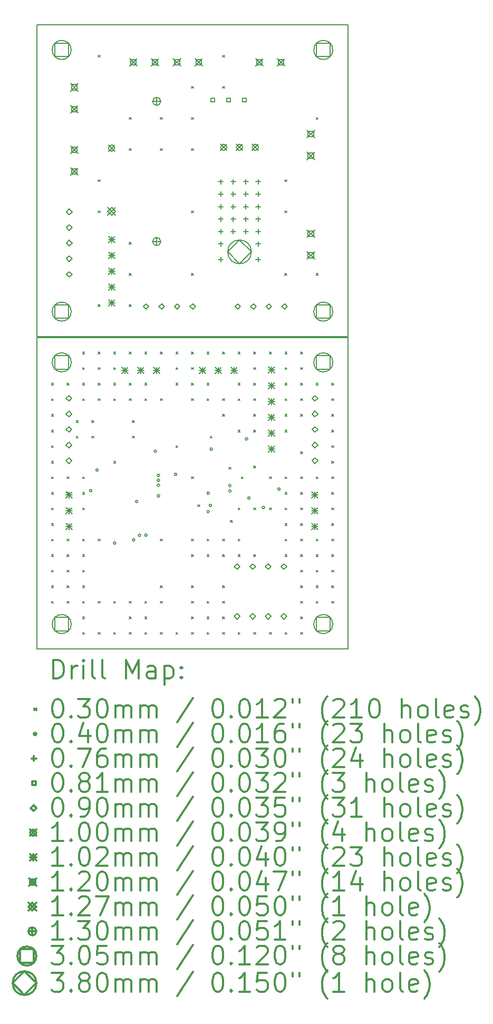
<source format=gbr>
%FSLAX45Y45*%
G04 Gerber Fmt 4.5, Leading zero omitted, Abs format (unit mm)*
G04 Created by KiCad (PCBNEW 4.0.5) date Thu Feb 16 16:16:13 2017*
%MOMM*%
%LPD*%
G01*
G04 APERTURE LIST*
%ADD10C,0.127000*%
%ADD11C,0.150000*%
%ADD12C,0.200000*%
%ADD13C,0.300000*%
G04 APERTURE END LIST*
D10*
D11*
X15000000Y-5000000D02*
X10000000Y-5000000D01*
X15000000Y-10000000D02*
X15000000Y-5000000D01*
X10000000Y-10000000D02*
X15000000Y-10000000D01*
X10000000Y-5000000D02*
X10000000Y-10000000D01*
X10000400Y-15014000D02*
X15000400Y-15014000D01*
X10000400Y-10014000D02*
X10000400Y-15014000D01*
X15000400Y-10014000D02*
X10000400Y-10014000D01*
X15000400Y-15014000D02*
X15000400Y-10014000D01*
D12*
X10235400Y-10749000D02*
X10265400Y-10779000D01*
X10265400Y-10749000D02*
X10235400Y-10779000D01*
X10235400Y-10999000D02*
X10265400Y-11029000D01*
X10265400Y-10999000D02*
X10235400Y-11029000D01*
X10235400Y-11249000D02*
X10265400Y-11279000D01*
X10265400Y-11249000D02*
X10235400Y-11279000D01*
X10235400Y-11499000D02*
X10265400Y-11529000D01*
X10265400Y-11499000D02*
X10235400Y-11529000D01*
X10235400Y-11749000D02*
X10265400Y-11779000D01*
X10265400Y-11749000D02*
X10235400Y-11779000D01*
X10235400Y-11999000D02*
X10265400Y-12029000D01*
X10265400Y-11999000D02*
X10235400Y-12029000D01*
X10235400Y-12249000D02*
X10265400Y-12279000D01*
X10265400Y-12249000D02*
X10235400Y-12279000D01*
X10235400Y-12499000D02*
X10265400Y-12529000D01*
X10265400Y-12499000D02*
X10235400Y-12529000D01*
X10235400Y-12749000D02*
X10265400Y-12779000D01*
X10265400Y-12749000D02*
X10235400Y-12779000D01*
X10235400Y-12999000D02*
X10265400Y-13029000D01*
X10265400Y-12999000D02*
X10235400Y-13029000D01*
X10235400Y-13249000D02*
X10265400Y-13279000D01*
X10265400Y-13249000D02*
X10235400Y-13279000D01*
X10235400Y-13499000D02*
X10265400Y-13529000D01*
X10265400Y-13499000D02*
X10235400Y-13529000D01*
X10235400Y-13749000D02*
X10265400Y-13779000D01*
X10265400Y-13749000D02*
X10235400Y-13779000D01*
X10235400Y-13999000D02*
X10265400Y-14029000D01*
X10265400Y-13999000D02*
X10235400Y-14029000D01*
X10235400Y-14249000D02*
X10265400Y-14279000D01*
X10265400Y-14249000D02*
X10235400Y-14279000D01*
X10485400Y-10749000D02*
X10515400Y-10779000D01*
X10515400Y-10749000D02*
X10485400Y-10779000D01*
X10485400Y-12249000D02*
X10515400Y-12279000D01*
X10515400Y-12249000D02*
X10485400Y-12279000D01*
X10485400Y-12499000D02*
X10515400Y-12529000D01*
X10515400Y-12499000D02*
X10485400Y-12529000D01*
X10485400Y-13249000D02*
X10515400Y-13279000D01*
X10515400Y-13249000D02*
X10485400Y-13279000D01*
X10485400Y-13499000D02*
X10515400Y-13529000D01*
X10515400Y-13499000D02*
X10485400Y-13529000D01*
X10485400Y-13749000D02*
X10515400Y-13779000D01*
X10515400Y-13749000D02*
X10485400Y-13779000D01*
X10485400Y-13999000D02*
X10515400Y-14029000D01*
X10515400Y-13999000D02*
X10485400Y-14029000D01*
X10485400Y-14249000D02*
X10515400Y-14279000D01*
X10515400Y-14249000D02*
X10485400Y-14279000D01*
X10635400Y-11349000D02*
X10665400Y-11379000D01*
X10665400Y-11349000D02*
X10635400Y-11379000D01*
X10635400Y-11599000D02*
X10665400Y-11629000D01*
X10665400Y-11599000D02*
X10635400Y-11629000D01*
X10735400Y-10249000D02*
X10765400Y-10279000D01*
X10765400Y-10249000D02*
X10735400Y-10279000D01*
X10735400Y-10499000D02*
X10765400Y-10529000D01*
X10765400Y-10499000D02*
X10735400Y-10529000D01*
X10735400Y-10749000D02*
X10765400Y-10779000D01*
X10765400Y-10749000D02*
X10735400Y-10779000D01*
X10735400Y-10999000D02*
X10765400Y-11029000D01*
X10765400Y-10999000D02*
X10735400Y-11029000D01*
X10735400Y-12249000D02*
X10765400Y-12279000D01*
X10765400Y-12249000D02*
X10735400Y-12279000D01*
X10735400Y-12499000D02*
X10765400Y-12529000D01*
X10765400Y-12499000D02*
X10735400Y-12529000D01*
X10735400Y-12749000D02*
X10765400Y-12779000D01*
X10765400Y-12749000D02*
X10735400Y-12779000D01*
X10735400Y-13249000D02*
X10765400Y-13279000D01*
X10765400Y-13249000D02*
X10735400Y-13279000D01*
X10735400Y-13499000D02*
X10765400Y-13529000D01*
X10765400Y-13499000D02*
X10735400Y-13529000D01*
X10735400Y-13749000D02*
X10765400Y-13779000D01*
X10765400Y-13749000D02*
X10735400Y-13779000D01*
X10735400Y-13999000D02*
X10765400Y-14029000D01*
X10765400Y-13999000D02*
X10735400Y-14029000D01*
X10735400Y-14249000D02*
X10765400Y-14279000D01*
X10765400Y-14249000D02*
X10735400Y-14279000D01*
X10735400Y-14499000D02*
X10765400Y-14529000D01*
X10765400Y-14499000D02*
X10735400Y-14529000D01*
X10735400Y-14749000D02*
X10765400Y-14779000D01*
X10765400Y-14749000D02*
X10735400Y-14779000D01*
X10885400Y-11349000D02*
X10915400Y-11379000D01*
X10915400Y-11349000D02*
X10885400Y-11379000D01*
X10885400Y-11599000D02*
X10915400Y-11629000D01*
X10915400Y-11599000D02*
X10885400Y-11629000D01*
X10985000Y-5485000D02*
X11015000Y-5515000D01*
X11015000Y-5485000D02*
X10985000Y-5515000D01*
X10985000Y-7485000D02*
X11015000Y-7515000D01*
X11015000Y-7485000D02*
X10985000Y-7515000D01*
X10985000Y-7985000D02*
X11015000Y-8015000D01*
X11015000Y-7985000D02*
X10985000Y-8015000D01*
X10985000Y-9485000D02*
X11015000Y-9515000D01*
X11015000Y-9485000D02*
X10985000Y-9515000D01*
X10985400Y-10249000D02*
X11015400Y-10279000D01*
X11015400Y-10249000D02*
X10985400Y-10279000D01*
X10985400Y-10499000D02*
X11015400Y-10529000D01*
X11015400Y-10499000D02*
X10985400Y-10529000D01*
X10985400Y-10749000D02*
X11015400Y-10779000D01*
X11015400Y-10749000D02*
X10985400Y-10779000D01*
X10985400Y-10999000D02*
X11015400Y-11029000D01*
X11015400Y-10999000D02*
X10985400Y-11029000D01*
X10985400Y-13249000D02*
X11015400Y-13279000D01*
X11015400Y-13249000D02*
X10985400Y-13279000D01*
X10985400Y-14249000D02*
X11015400Y-14279000D01*
X11015400Y-14249000D02*
X10985400Y-14279000D01*
X10985400Y-14749000D02*
X11015400Y-14779000D01*
X11015400Y-14749000D02*
X10985400Y-14779000D01*
X11235400Y-10249000D02*
X11265400Y-10279000D01*
X11265400Y-10249000D02*
X11235400Y-10279000D01*
X11235400Y-10499000D02*
X11265400Y-10529000D01*
X11265400Y-10499000D02*
X11235400Y-10529000D01*
X11235400Y-10749000D02*
X11265400Y-10779000D01*
X11265400Y-10749000D02*
X11235400Y-10779000D01*
X11235400Y-10999000D02*
X11265400Y-11029000D01*
X11265400Y-10999000D02*
X11235400Y-11029000D01*
X11235400Y-11999000D02*
X11265400Y-12029000D01*
X11265400Y-11999000D02*
X11235400Y-12029000D01*
X11235400Y-14249000D02*
X11265400Y-14279000D01*
X11265400Y-14249000D02*
X11235400Y-14279000D01*
X11235400Y-14749000D02*
X11265400Y-14779000D01*
X11265400Y-14749000D02*
X11235400Y-14779000D01*
X11485000Y-6485000D02*
X11515000Y-6515000D01*
X11515000Y-6485000D02*
X11485000Y-6515000D01*
X11485000Y-6985000D02*
X11515000Y-7015000D01*
X11515000Y-6985000D02*
X11485000Y-7015000D01*
X11485000Y-8485000D02*
X11515000Y-8515000D01*
X11515000Y-8485000D02*
X11485000Y-8515000D01*
X11485000Y-8985000D02*
X11515000Y-9015000D01*
X11515000Y-8985000D02*
X11485000Y-9015000D01*
X11485000Y-9485000D02*
X11515000Y-9515000D01*
X11515000Y-9485000D02*
X11485000Y-9515000D01*
X11485400Y-10249000D02*
X11515400Y-10279000D01*
X11515400Y-10249000D02*
X11485400Y-10279000D01*
X11485400Y-10749000D02*
X11515400Y-10779000D01*
X11515400Y-10749000D02*
X11485400Y-10779000D01*
X11485400Y-10999000D02*
X11515400Y-11029000D01*
X11515400Y-10999000D02*
X11485400Y-11029000D01*
X11485400Y-14249000D02*
X11515400Y-14279000D01*
X11515400Y-14249000D02*
X11485400Y-14279000D01*
X11485400Y-14499000D02*
X11515400Y-14529000D01*
X11515400Y-14499000D02*
X11485400Y-14529000D01*
X11485400Y-14749000D02*
X11515400Y-14779000D01*
X11515400Y-14749000D02*
X11485400Y-14779000D01*
X11535400Y-11349000D02*
X11565400Y-11379000D01*
X11565400Y-11349000D02*
X11535400Y-11379000D01*
X11535400Y-11599000D02*
X11565400Y-11629000D01*
X11565400Y-11599000D02*
X11535400Y-11629000D01*
X11735400Y-10249000D02*
X11765400Y-10279000D01*
X11765400Y-10249000D02*
X11735400Y-10279000D01*
X11735400Y-10749000D02*
X11765400Y-10779000D01*
X11765400Y-10749000D02*
X11735400Y-10779000D01*
X11735400Y-10999000D02*
X11765400Y-11029000D01*
X11765400Y-10999000D02*
X11735400Y-11029000D01*
X11735400Y-14249000D02*
X11765400Y-14279000D01*
X11765400Y-14249000D02*
X11735400Y-14279000D01*
X11735400Y-14499000D02*
X11765400Y-14529000D01*
X11765400Y-14499000D02*
X11735400Y-14529000D01*
X11735400Y-14749000D02*
X11765400Y-14779000D01*
X11765400Y-14749000D02*
X11735400Y-14779000D01*
X11985000Y-6485000D02*
X12015000Y-6515000D01*
X12015000Y-6485000D02*
X11985000Y-6515000D01*
X11985000Y-6985000D02*
X12015000Y-7015000D01*
X12015000Y-6985000D02*
X11985000Y-7015000D01*
X11985400Y-10249000D02*
X12015400Y-10279000D01*
X12015400Y-10249000D02*
X11985400Y-10279000D01*
X11985400Y-10999000D02*
X12015400Y-11029000D01*
X12015400Y-10999000D02*
X11985400Y-11029000D01*
X11985400Y-13249000D02*
X12015400Y-13279000D01*
X12015400Y-13249000D02*
X11985400Y-13279000D01*
X11985400Y-13999000D02*
X12015400Y-14029000D01*
X12015400Y-13999000D02*
X11985400Y-14029000D01*
X11985400Y-14249000D02*
X12015400Y-14279000D01*
X12015400Y-14249000D02*
X11985400Y-14279000D01*
X11985400Y-14749000D02*
X12015400Y-14779000D01*
X12015400Y-14749000D02*
X11985400Y-14779000D01*
X12235400Y-10249000D02*
X12265400Y-10279000D01*
X12265400Y-10249000D02*
X12235400Y-10279000D01*
X12235400Y-10499000D02*
X12265400Y-10529000D01*
X12265400Y-10499000D02*
X12235400Y-10529000D01*
X12235400Y-10749000D02*
X12265400Y-10779000D01*
X12265400Y-10749000D02*
X12235400Y-10779000D01*
X12235400Y-11749000D02*
X12265400Y-11779000D01*
X12265400Y-11749000D02*
X12235400Y-11779000D01*
X12235400Y-14749000D02*
X12265400Y-14779000D01*
X12265400Y-14749000D02*
X12235400Y-14779000D01*
X12485000Y-5985000D02*
X12515000Y-6015000D01*
X12515000Y-5985000D02*
X12485000Y-6015000D01*
X12485000Y-6485000D02*
X12515000Y-6515000D01*
X12515000Y-6485000D02*
X12485000Y-6515000D01*
X12485000Y-6985000D02*
X12515000Y-7015000D01*
X12515000Y-6985000D02*
X12485000Y-7015000D01*
X12485000Y-7985000D02*
X12515000Y-8015000D01*
X12515000Y-7985000D02*
X12485000Y-8015000D01*
X12485000Y-8985000D02*
X12515000Y-9015000D01*
X12515000Y-8985000D02*
X12485000Y-9015000D01*
X12485400Y-10249000D02*
X12515400Y-10279000D01*
X12515400Y-10249000D02*
X12485400Y-10279000D01*
X12485400Y-10499000D02*
X12515400Y-10529000D01*
X12515400Y-10499000D02*
X12485400Y-10529000D01*
X12485400Y-10749000D02*
X12515400Y-10779000D01*
X12515400Y-10749000D02*
X12485400Y-10779000D01*
X12485400Y-10999000D02*
X12515400Y-11029000D01*
X12515400Y-10999000D02*
X12485400Y-11029000D01*
X12485400Y-12249000D02*
X12515400Y-12279000D01*
X12515400Y-12249000D02*
X12485400Y-12279000D01*
X12485400Y-13249000D02*
X12515400Y-13279000D01*
X12515400Y-13249000D02*
X12485400Y-13279000D01*
X12485400Y-13499000D02*
X12515400Y-13529000D01*
X12515400Y-13499000D02*
X12485400Y-13529000D01*
X12485400Y-13999000D02*
X12515400Y-14029000D01*
X12515400Y-13999000D02*
X12485400Y-14029000D01*
X12485400Y-14249000D02*
X12515400Y-14279000D01*
X12515400Y-14249000D02*
X12485400Y-14279000D01*
X12485400Y-14499000D02*
X12515400Y-14529000D01*
X12515400Y-14499000D02*
X12485400Y-14529000D01*
X12485400Y-14749000D02*
X12515400Y-14779000D01*
X12515400Y-14749000D02*
X12485400Y-14779000D01*
X12585400Y-12699000D02*
X12615400Y-12729000D01*
X12615400Y-12699000D02*
X12585400Y-12729000D01*
X12735400Y-10249000D02*
X12765400Y-10279000D01*
X12765400Y-10249000D02*
X12735400Y-10279000D01*
X12735400Y-10749000D02*
X12765400Y-10779000D01*
X12765400Y-10749000D02*
X12735400Y-10779000D01*
X12735400Y-10999000D02*
X12765400Y-11029000D01*
X12765400Y-10999000D02*
X12735400Y-11029000D01*
X12735400Y-13249000D02*
X12765400Y-13279000D01*
X12765400Y-13249000D02*
X12735400Y-13279000D01*
X12735400Y-13499000D02*
X12765400Y-13529000D01*
X12765400Y-13499000D02*
X12735400Y-13529000D01*
X12735400Y-14249000D02*
X12765400Y-14279000D01*
X12765400Y-14249000D02*
X12735400Y-14279000D01*
X12735400Y-14499000D02*
X12765400Y-14529000D01*
X12765400Y-14499000D02*
X12735400Y-14529000D01*
X12735400Y-14749000D02*
X12765400Y-14779000D01*
X12765400Y-14749000D02*
X12735400Y-14779000D01*
X12785400Y-11599000D02*
X12815400Y-11629000D01*
X12815400Y-11599000D02*
X12785400Y-11629000D01*
X12985000Y-5485000D02*
X13015000Y-5515000D01*
X13015000Y-5485000D02*
X12985000Y-5515000D01*
X12985000Y-5985000D02*
X13015000Y-6015000D01*
X13015000Y-5985000D02*
X12985000Y-6015000D01*
X12985400Y-10249000D02*
X13015400Y-10279000D01*
X13015400Y-10249000D02*
X12985400Y-10279000D01*
X12985400Y-10999000D02*
X13015400Y-11029000D01*
X13015400Y-10999000D02*
X12985400Y-11029000D01*
X12985400Y-11249000D02*
X13015400Y-11279000D01*
X13015400Y-11249000D02*
X12985400Y-11279000D01*
X12985400Y-13249000D02*
X13015400Y-13279000D01*
X13015400Y-13249000D02*
X12985400Y-13279000D01*
X12985400Y-13499000D02*
X13015400Y-13529000D01*
X13015400Y-13499000D02*
X12985400Y-13529000D01*
X12985400Y-13999000D02*
X13015400Y-14029000D01*
X13015400Y-13999000D02*
X12985400Y-14029000D01*
X12985400Y-14249000D02*
X13015400Y-14279000D01*
X13015400Y-14249000D02*
X12985400Y-14279000D01*
X12985400Y-14499000D02*
X13015400Y-14529000D01*
X13015400Y-14499000D02*
X12985400Y-14529000D01*
X12985400Y-14749000D02*
X13015400Y-14779000D01*
X13015400Y-14749000D02*
X12985400Y-14779000D01*
X13085400Y-12099000D02*
X13115400Y-12129000D01*
X13115400Y-12099000D02*
X13085400Y-12129000D01*
X13110400Y-12949000D02*
X13140400Y-12979000D01*
X13140400Y-12949000D02*
X13110400Y-12979000D01*
X13235400Y-10249000D02*
X13265400Y-10279000D01*
X13265400Y-10249000D02*
X13235400Y-10279000D01*
X13235400Y-10749000D02*
X13265400Y-10779000D01*
X13265400Y-10749000D02*
X13235400Y-10779000D01*
X13235400Y-10999000D02*
X13265400Y-11029000D01*
X13265400Y-10999000D02*
X13235400Y-11029000D01*
X13235400Y-11499000D02*
X13265400Y-11529000D01*
X13265400Y-11499000D02*
X13235400Y-11529000D01*
X13235400Y-12749000D02*
X13265400Y-12779000D01*
X13265400Y-12749000D02*
X13235400Y-12779000D01*
X13235400Y-13249000D02*
X13265400Y-13279000D01*
X13265400Y-13249000D02*
X13235400Y-13279000D01*
X13235400Y-13499000D02*
X13265400Y-13529000D01*
X13265400Y-13499000D02*
X13235400Y-13529000D01*
X13235400Y-14749000D02*
X13265400Y-14779000D01*
X13265400Y-14749000D02*
X13235400Y-14779000D01*
X13285400Y-12249000D02*
X13315400Y-12279000D01*
X13315400Y-12249000D02*
X13285400Y-12279000D01*
X13485400Y-10249000D02*
X13515400Y-10279000D01*
X13515400Y-10249000D02*
X13485400Y-10279000D01*
X13485400Y-10499000D02*
X13515400Y-10529000D01*
X13515400Y-10499000D02*
X13485400Y-10529000D01*
X13485400Y-10749000D02*
X13515400Y-10779000D01*
X13515400Y-10749000D02*
X13485400Y-10779000D01*
X13485400Y-10999000D02*
X13515400Y-11029000D01*
X13515400Y-10999000D02*
X13485400Y-11029000D01*
X13485400Y-11249000D02*
X13515400Y-11279000D01*
X13515400Y-11249000D02*
X13485400Y-11279000D01*
X13485400Y-11499000D02*
X13515400Y-11529000D01*
X13515400Y-11499000D02*
X13485400Y-11529000D01*
X13485400Y-12079000D02*
X13515400Y-12109000D01*
X13515400Y-12079000D02*
X13485400Y-12109000D01*
X13485400Y-12749000D02*
X13515400Y-12779000D01*
X13515400Y-12749000D02*
X13485400Y-12779000D01*
X13485400Y-13499000D02*
X13515400Y-13529000D01*
X13515400Y-13499000D02*
X13485400Y-13529000D01*
X13485400Y-14749000D02*
X13515400Y-14779000D01*
X13515400Y-14749000D02*
X13485400Y-14779000D01*
X13735400Y-10249000D02*
X13765400Y-10279000D01*
X13765400Y-10249000D02*
X13735400Y-10279000D01*
X13735400Y-12249000D02*
X13765400Y-12279000D01*
X13765400Y-12249000D02*
X13735400Y-12279000D01*
X13735400Y-12749000D02*
X13765400Y-12779000D01*
X13765400Y-12749000D02*
X13735400Y-12779000D01*
X13735400Y-14749000D02*
X13765400Y-14779000D01*
X13765400Y-14749000D02*
X13735400Y-14779000D01*
X13985000Y-7485000D02*
X14015000Y-7515000D01*
X14015000Y-7485000D02*
X13985000Y-7515000D01*
X13985000Y-7985000D02*
X14015000Y-8015000D01*
X14015000Y-7985000D02*
X13985000Y-8015000D01*
X13985000Y-8985000D02*
X14015000Y-9015000D01*
X14015000Y-8985000D02*
X13985000Y-9015000D01*
X13985400Y-10249000D02*
X14015400Y-10279000D01*
X14015400Y-10249000D02*
X13985400Y-10279000D01*
X13985400Y-10499000D02*
X14015400Y-10529000D01*
X14015400Y-10499000D02*
X13985400Y-10529000D01*
X13985400Y-10749000D02*
X14015400Y-10779000D01*
X14015400Y-10749000D02*
X13985400Y-10779000D01*
X13985400Y-10999000D02*
X14015400Y-11029000D01*
X14015400Y-10999000D02*
X13985400Y-11029000D01*
X13985400Y-11249000D02*
X14015400Y-11279000D01*
X14015400Y-11249000D02*
X13985400Y-11279000D01*
X13985400Y-11499000D02*
X14015400Y-11529000D01*
X14015400Y-11499000D02*
X13985400Y-11529000D01*
X13985400Y-12249000D02*
X14015400Y-12279000D01*
X14015400Y-12249000D02*
X13985400Y-12279000D01*
X13985400Y-12499000D02*
X14015400Y-12529000D01*
X14015400Y-12499000D02*
X13985400Y-12529000D01*
X13985400Y-12749000D02*
X14015400Y-12779000D01*
X14015400Y-12749000D02*
X13985400Y-12779000D01*
X13985400Y-12999000D02*
X14015400Y-13029000D01*
X14015400Y-12999000D02*
X13985400Y-13029000D01*
X13985400Y-13249000D02*
X14015400Y-13279000D01*
X14015400Y-13249000D02*
X13985400Y-13279000D01*
X13985400Y-13499000D02*
X14015400Y-13529000D01*
X14015400Y-13499000D02*
X13985400Y-13529000D01*
X13985400Y-14749000D02*
X14015400Y-14779000D01*
X14015400Y-14749000D02*
X13985400Y-14779000D01*
X14235400Y-10249000D02*
X14265400Y-10279000D01*
X14265400Y-10249000D02*
X14235400Y-10279000D01*
X14235400Y-10499000D02*
X14265400Y-10529000D01*
X14265400Y-10499000D02*
X14235400Y-10529000D01*
X14235400Y-10749000D02*
X14265400Y-10779000D01*
X14265400Y-10749000D02*
X14235400Y-10779000D01*
X14235400Y-10999000D02*
X14265400Y-11029000D01*
X14265400Y-10999000D02*
X14235400Y-11029000D01*
X14235400Y-11249000D02*
X14265400Y-11279000D01*
X14265400Y-11249000D02*
X14235400Y-11279000D01*
X14235400Y-11849000D02*
X14265400Y-11879000D01*
X14265400Y-11849000D02*
X14235400Y-11879000D01*
X14235400Y-12249000D02*
X14265400Y-12279000D01*
X14265400Y-12249000D02*
X14235400Y-12279000D01*
X14235400Y-12499000D02*
X14265400Y-12529000D01*
X14265400Y-12499000D02*
X14235400Y-12529000D01*
X14235400Y-12749000D02*
X14265400Y-12779000D01*
X14265400Y-12749000D02*
X14235400Y-12779000D01*
X14235400Y-12999000D02*
X14265400Y-13029000D01*
X14265400Y-12999000D02*
X14235400Y-13029000D01*
X14235400Y-13249000D02*
X14265400Y-13279000D01*
X14265400Y-13249000D02*
X14235400Y-13279000D01*
X14235400Y-13499000D02*
X14265400Y-13529000D01*
X14265400Y-13499000D02*
X14235400Y-13529000D01*
X14235400Y-13749000D02*
X14265400Y-13779000D01*
X14265400Y-13749000D02*
X14235400Y-13779000D01*
X14235400Y-13999000D02*
X14265400Y-14029000D01*
X14265400Y-13999000D02*
X14235400Y-14029000D01*
X14235400Y-14249000D02*
X14265400Y-14279000D01*
X14265400Y-14249000D02*
X14235400Y-14279000D01*
X14235400Y-14499000D02*
X14265400Y-14529000D01*
X14265400Y-14499000D02*
X14235400Y-14529000D01*
X14235400Y-14749000D02*
X14265400Y-14779000D01*
X14265400Y-14749000D02*
X14235400Y-14779000D01*
X14485000Y-6485000D02*
X14515000Y-6515000D01*
X14515000Y-6485000D02*
X14485000Y-6515000D01*
X14485000Y-8985000D02*
X14515000Y-9015000D01*
X14515000Y-8985000D02*
X14485000Y-9015000D01*
X14485400Y-10749000D02*
X14515400Y-10779000D01*
X14515400Y-10749000D02*
X14485400Y-10779000D01*
X14485400Y-12249000D02*
X14515400Y-12279000D01*
X14515400Y-12249000D02*
X14485400Y-12279000D01*
X14485400Y-13249000D02*
X14515400Y-13279000D01*
X14515400Y-13249000D02*
X14485400Y-13279000D01*
X14485400Y-13499000D02*
X14515400Y-13529000D01*
X14515400Y-13499000D02*
X14485400Y-13529000D01*
X14485400Y-13749000D02*
X14515400Y-13779000D01*
X14515400Y-13749000D02*
X14485400Y-13779000D01*
X14485400Y-13999000D02*
X14515400Y-14029000D01*
X14515400Y-13999000D02*
X14485400Y-14029000D01*
X14485400Y-14249000D02*
X14515400Y-14279000D01*
X14515400Y-14249000D02*
X14485400Y-14279000D01*
X14735400Y-10749000D02*
X14765400Y-10779000D01*
X14765400Y-10749000D02*
X14735400Y-10779000D01*
X14735400Y-10999000D02*
X14765400Y-11029000D01*
X14765400Y-10999000D02*
X14735400Y-11029000D01*
X14735400Y-11249000D02*
X14765400Y-11279000D01*
X14765400Y-11249000D02*
X14735400Y-11279000D01*
X14735400Y-11499000D02*
X14765400Y-11529000D01*
X14765400Y-11499000D02*
X14735400Y-11529000D01*
X14735400Y-11749000D02*
X14765400Y-11779000D01*
X14765400Y-11749000D02*
X14735400Y-11779000D01*
X14735400Y-11999000D02*
X14765400Y-12029000D01*
X14765400Y-11999000D02*
X14735400Y-12029000D01*
X14735400Y-12249000D02*
X14765400Y-12279000D01*
X14765400Y-12249000D02*
X14735400Y-12279000D01*
X14735400Y-12499000D02*
X14765400Y-12529000D01*
X14765400Y-12499000D02*
X14735400Y-12529000D01*
X14735400Y-12749000D02*
X14765400Y-12779000D01*
X14765400Y-12749000D02*
X14735400Y-12779000D01*
X14735400Y-12999000D02*
X14765400Y-13029000D01*
X14765400Y-12999000D02*
X14735400Y-13029000D01*
X14735400Y-13249000D02*
X14765400Y-13279000D01*
X14765400Y-13249000D02*
X14735400Y-13279000D01*
X14735400Y-13499000D02*
X14765400Y-13529000D01*
X14765400Y-13499000D02*
X14735400Y-13529000D01*
X14735400Y-13749000D02*
X14765400Y-13779000D01*
X14765400Y-13749000D02*
X14735400Y-13779000D01*
X14735400Y-13999000D02*
X14765400Y-14029000D01*
X14765400Y-13999000D02*
X14735400Y-14029000D01*
X14735400Y-14249000D02*
X14765400Y-14279000D01*
X14765400Y-14249000D02*
X14735400Y-14279000D01*
X10886400Y-12472000D02*
G75*
G03X10886400Y-12472000I-20000J0D01*
G01*
X10986400Y-12142000D02*
G75*
G03X10986400Y-12142000I-20000J0D01*
G01*
X11270400Y-13314000D02*
G75*
G03X11270400Y-13314000I-20000J0D01*
G01*
X11573447Y-13262717D02*
G75*
G03X11573447Y-13262717I-20000J0D01*
G01*
X11622068Y-12647817D02*
G75*
G03X11622068Y-12647817I-20000J0D01*
G01*
X11668875Y-13190874D02*
G75*
G03X11668875Y-13190874I-20000J0D01*
G01*
X11771213Y-13187153D02*
G75*
G03X11771213Y-13187153I-20000J0D01*
G01*
X11922901Y-11838999D02*
G75*
G03X11922901Y-11838999I-20000J0D01*
G01*
X11971469Y-12306274D02*
G75*
G03X11971469Y-12306274I-20000J0D01*
G01*
X11972055Y-12226275D02*
G75*
G03X11972055Y-12226275I-20000J0D01*
G01*
X11972692Y-12386275D02*
G75*
G03X11972692Y-12386275I-20000J0D01*
G01*
X11973624Y-12556629D02*
G75*
G03X11973624Y-12556629I-20000J0D01*
G01*
X12246400Y-12212000D02*
G75*
G03X12246400Y-12212000I-20000J0D01*
G01*
X12771201Y-12514589D02*
G75*
G03X12771201Y-12514589I-20000J0D01*
G01*
X12771400Y-12809500D02*
G75*
G03X12771400Y-12809500I-20000J0D01*
G01*
X12806400Y-12712000D02*
G75*
G03X12806400Y-12712000I-20000J0D01*
G01*
X12821588Y-11806711D02*
G75*
G03X12821588Y-11806711I-20000J0D01*
G01*
X13120400Y-12391318D02*
G75*
G03X13120400Y-12391318I-20000J0D01*
G01*
X13120400Y-12478265D02*
G75*
G03X13120400Y-12478265I-20000J0D01*
G01*
X13386400Y-11642000D02*
G75*
G03X13386400Y-11642000I-20000J0D01*
G01*
X13423701Y-12591982D02*
G75*
G03X13423701Y-12591982I-20000J0D01*
G01*
X13657394Y-12743193D02*
G75*
G03X13657394Y-12743193I-20000J0D01*
G01*
X13909455Y-12448015D02*
G75*
G03X13909455Y-12448015I-20000J0D01*
G01*
X12955000Y-7475500D02*
X12955000Y-7551700D01*
X12916900Y-7513600D02*
X12993100Y-7513600D01*
X12955000Y-7675500D02*
X12955000Y-7751700D01*
X12916900Y-7713600D02*
X12993100Y-7713600D01*
X12955000Y-7875500D02*
X12955000Y-7951700D01*
X12916900Y-7913600D02*
X12993100Y-7913600D01*
X12955000Y-8075500D02*
X12955000Y-8151700D01*
X12916900Y-8113600D02*
X12993100Y-8113600D01*
X12955000Y-8275500D02*
X12955000Y-8351700D01*
X12916900Y-8313600D02*
X12993100Y-8313600D01*
X12955000Y-8475500D02*
X12955000Y-8551700D01*
X12916900Y-8513600D02*
X12993100Y-8513600D01*
X12955000Y-8725500D02*
X12955000Y-8801700D01*
X12916900Y-8763600D02*
X12993100Y-8763600D01*
X13155000Y-7475500D02*
X13155000Y-7551700D01*
X13116900Y-7513600D02*
X13193100Y-7513600D01*
X13155000Y-7675500D02*
X13155000Y-7751700D01*
X13116900Y-7713600D02*
X13193100Y-7713600D01*
X13155000Y-7875500D02*
X13155000Y-7951700D01*
X13116900Y-7913600D02*
X13193100Y-7913600D01*
X13155000Y-8075500D02*
X13155000Y-8151700D01*
X13116900Y-8113600D02*
X13193100Y-8113600D01*
X13155000Y-8275500D02*
X13155000Y-8351700D01*
X13116900Y-8313600D02*
X13193100Y-8313600D01*
X13355000Y-7475500D02*
X13355000Y-7551700D01*
X13316900Y-7513600D02*
X13393100Y-7513600D01*
X13355000Y-7675500D02*
X13355000Y-7751700D01*
X13316900Y-7713600D02*
X13393100Y-7713600D01*
X13355000Y-7875500D02*
X13355000Y-7951700D01*
X13316900Y-7913600D02*
X13393100Y-7913600D01*
X13355000Y-8075500D02*
X13355000Y-8151700D01*
X13316900Y-8113600D02*
X13393100Y-8113600D01*
X13355000Y-8275500D02*
X13355000Y-8351700D01*
X13316900Y-8313600D02*
X13393100Y-8313600D01*
X13555000Y-7475500D02*
X13555000Y-7551700D01*
X13516900Y-7513600D02*
X13593100Y-7513600D01*
X13555000Y-7675500D02*
X13555000Y-7751700D01*
X13516900Y-7713600D02*
X13593100Y-7713600D01*
X13555000Y-7875500D02*
X13555000Y-7951700D01*
X13516900Y-7913600D02*
X13593100Y-7913600D01*
X13555000Y-8075500D02*
X13555000Y-8151700D01*
X13516900Y-8113600D02*
X13593100Y-8113600D01*
X13555000Y-8275500D02*
X13555000Y-8351700D01*
X13516900Y-8313600D02*
X13593100Y-8313600D01*
X13555000Y-8475500D02*
X13555000Y-8551700D01*
X13516900Y-8513600D02*
X13593100Y-8513600D01*
X13555000Y-8725500D02*
X13555000Y-8801700D01*
X13516900Y-8763600D02*
X13593100Y-8763600D01*
X12853737Y-6228737D02*
X12853737Y-6171263D01*
X12796263Y-6171263D01*
X12796263Y-6228737D01*
X12853737Y-6228737D01*
X13107737Y-6228737D02*
X13107737Y-6171263D01*
X13050263Y-6171263D01*
X13050263Y-6228737D01*
X13107737Y-6228737D01*
X13361737Y-6228737D02*
X13361737Y-6171263D01*
X13304263Y-6171263D01*
X13304263Y-6228737D01*
X13361737Y-6228737D01*
X10516400Y-11037000D02*
X10561400Y-10992000D01*
X10516400Y-10947000D01*
X10471400Y-10992000D01*
X10516400Y-11037000D01*
X10516400Y-11287000D02*
X10561400Y-11242000D01*
X10516400Y-11197000D01*
X10471400Y-11242000D01*
X10516400Y-11287000D01*
X10516400Y-11537000D02*
X10561400Y-11492000D01*
X10516400Y-11447000D01*
X10471400Y-11492000D01*
X10516400Y-11537000D01*
X10516400Y-11787000D02*
X10561400Y-11742000D01*
X10516400Y-11697000D01*
X10471400Y-11742000D01*
X10516400Y-11787000D01*
X10516400Y-12037000D02*
X10561400Y-11992000D01*
X10516400Y-11947000D01*
X10471400Y-11992000D01*
X10516400Y-12037000D01*
X10520000Y-8045000D02*
X10565000Y-8000000D01*
X10520000Y-7955000D01*
X10475000Y-8000000D01*
X10520000Y-8045000D01*
X10520000Y-8295000D02*
X10565000Y-8250000D01*
X10520000Y-8205000D01*
X10475000Y-8250000D01*
X10520000Y-8295000D01*
X10520000Y-8545000D02*
X10565000Y-8500000D01*
X10520000Y-8455000D01*
X10475000Y-8500000D01*
X10520000Y-8545000D01*
X10520000Y-8795000D02*
X10565000Y-8750000D01*
X10520000Y-8705000D01*
X10475000Y-8750000D01*
X10520000Y-8795000D01*
X10520000Y-9045000D02*
X10565000Y-9000000D01*
X10520000Y-8955000D01*
X10475000Y-9000000D01*
X10520000Y-9045000D01*
X11755000Y-9562500D02*
X11800000Y-9517500D01*
X11755000Y-9472500D01*
X11710000Y-9517500D01*
X11755000Y-9562500D01*
X12005000Y-9562500D02*
X12050000Y-9517500D01*
X12005000Y-9472500D01*
X11960000Y-9517500D01*
X12005000Y-9562500D01*
X12255000Y-9562500D02*
X12300000Y-9517500D01*
X12255000Y-9472500D01*
X12210000Y-9517500D01*
X12255000Y-9562500D01*
X12505000Y-9562500D02*
X12550000Y-9517500D01*
X12505000Y-9472500D01*
X12460000Y-9517500D01*
X12505000Y-9562500D01*
X13216400Y-13737000D02*
X13261400Y-13692000D01*
X13216400Y-13647000D01*
X13171400Y-13692000D01*
X13216400Y-13737000D01*
X13216400Y-14537000D02*
X13261400Y-14492000D01*
X13216400Y-14447000D01*
X13171400Y-14492000D01*
X13216400Y-14537000D01*
X13227500Y-9562500D02*
X13272500Y-9517500D01*
X13227500Y-9472500D01*
X13182500Y-9517500D01*
X13227500Y-9562500D01*
X13466400Y-13737000D02*
X13511400Y-13692000D01*
X13466400Y-13647000D01*
X13421400Y-13692000D01*
X13466400Y-13737000D01*
X13466400Y-14537000D02*
X13511400Y-14492000D01*
X13466400Y-14447000D01*
X13421400Y-14492000D01*
X13466400Y-14537000D01*
X13477500Y-9562500D02*
X13522500Y-9517500D01*
X13477500Y-9472500D01*
X13432500Y-9517500D01*
X13477500Y-9562500D01*
X13716400Y-13737000D02*
X13761400Y-13692000D01*
X13716400Y-13647000D01*
X13671400Y-13692000D01*
X13716400Y-13737000D01*
X13716400Y-14537000D02*
X13761400Y-14492000D01*
X13716400Y-14447000D01*
X13671400Y-14492000D01*
X13716400Y-14537000D01*
X13727500Y-9562500D02*
X13772500Y-9517500D01*
X13727500Y-9472500D01*
X13682500Y-9517500D01*
X13727500Y-9562500D01*
X13966400Y-13737000D02*
X14011400Y-13692000D01*
X13966400Y-13647000D01*
X13921400Y-13692000D01*
X13966400Y-13737000D01*
X13966400Y-14537000D02*
X14011400Y-14492000D01*
X13966400Y-14447000D01*
X13921400Y-14492000D01*
X13966400Y-14537000D01*
X13977500Y-9562500D02*
X14022500Y-9517500D01*
X13977500Y-9472500D01*
X13932500Y-9517500D01*
X13977500Y-9562500D01*
X14466400Y-11037000D02*
X14511400Y-10992000D01*
X14466400Y-10947000D01*
X14421400Y-10992000D01*
X14466400Y-11037000D01*
X14466400Y-11287000D02*
X14511400Y-11242000D01*
X14466400Y-11197000D01*
X14421400Y-11242000D01*
X14466400Y-11287000D01*
X14466400Y-11537000D02*
X14511400Y-11492000D01*
X14466400Y-11447000D01*
X14421400Y-11492000D01*
X14466400Y-11537000D01*
X14466400Y-11787000D02*
X14511400Y-11742000D01*
X14466400Y-11697000D01*
X14421400Y-11742000D01*
X14466400Y-11787000D01*
X14466400Y-12037000D02*
X14511400Y-11992000D01*
X14466400Y-11947000D01*
X14421400Y-11992000D01*
X14466400Y-12037000D01*
X11150724Y-6924962D02*
X11250800Y-7025038D01*
X11250800Y-6924962D02*
X11150724Y-7025038D01*
X11250800Y-6975000D02*
G75*
G03X11250800Y-6975000I-50038J0D01*
G01*
X12950962Y-6913562D02*
X13051038Y-7013638D01*
X13051038Y-6913562D02*
X12950962Y-7013638D01*
X13051038Y-6963600D02*
G75*
G03X13051038Y-6963600I-50038J0D01*
G01*
X13204962Y-6913562D02*
X13305038Y-7013638D01*
X13305038Y-6913562D02*
X13204962Y-7013638D01*
X13305038Y-6963600D02*
G75*
G03X13305038Y-6963600I-50038J0D01*
G01*
X13458962Y-6913562D02*
X13559038Y-7013638D01*
X13559038Y-6913562D02*
X13458962Y-7013638D01*
X13559038Y-6963600D02*
G75*
G03X13559038Y-6963600I-50038J0D01*
G01*
X10465600Y-12487200D02*
X10567200Y-12588800D01*
X10567200Y-12487200D02*
X10465600Y-12588800D01*
X10516400Y-12487200D02*
X10516400Y-12588800D01*
X10465600Y-12538000D02*
X10567200Y-12538000D01*
X10465600Y-12741200D02*
X10567200Y-12842800D01*
X10567200Y-12741200D02*
X10465600Y-12842800D01*
X10516400Y-12741200D02*
X10516400Y-12842800D01*
X10465600Y-12792000D02*
X10567200Y-12792000D01*
X10465600Y-12995200D02*
X10567200Y-13096800D01*
X10567200Y-12995200D02*
X10465600Y-13096800D01*
X10516400Y-12995200D02*
X10516400Y-13096800D01*
X10465600Y-13046000D02*
X10567200Y-13046000D01*
X11149200Y-8395200D02*
X11250800Y-8496800D01*
X11250800Y-8395200D02*
X11149200Y-8496800D01*
X11200000Y-8395200D02*
X11200000Y-8496800D01*
X11149200Y-8446000D02*
X11250800Y-8446000D01*
X11149200Y-8649200D02*
X11250800Y-8750800D01*
X11250800Y-8649200D02*
X11149200Y-8750800D01*
X11200000Y-8649200D02*
X11200000Y-8750800D01*
X11149200Y-8700000D02*
X11250800Y-8700000D01*
X11149200Y-8903200D02*
X11250800Y-9004800D01*
X11250800Y-8903200D02*
X11149200Y-9004800D01*
X11200000Y-8903200D02*
X11200000Y-9004800D01*
X11149200Y-8954000D02*
X11250800Y-8954000D01*
X11149200Y-9157200D02*
X11250800Y-9258800D01*
X11250800Y-9157200D02*
X11149200Y-9258800D01*
X11200000Y-9157200D02*
X11200000Y-9258800D01*
X11149200Y-9208000D02*
X11250800Y-9208000D01*
X11149200Y-9411200D02*
X11250800Y-9512800D01*
X11250800Y-9411200D02*
X11149200Y-9512800D01*
X11200000Y-9411200D02*
X11200000Y-9512800D01*
X11149200Y-9462000D02*
X11250800Y-9462000D01*
X11361600Y-10491200D02*
X11463200Y-10592800D01*
X11463200Y-10491200D02*
X11361600Y-10592800D01*
X11412400Y-10491200D02*
X11412400Y-10592800D01*
X11361600Y-10542000D02*
X11463200Y-10542000D01*
X11615600Y-10491200D02*
X11717200Y-10592800D01*
X11717200Y-10491200D02*
X11615600Y-10592800D01*
X11666400Y-10491200D02*
X11666400Y-10592800D01*
X11615600Y-10542000D02*
X11717200Y-10542000D01*
X11869600Y-10491200D02*
X11971200Y-10592800D01*
X11971200Y-10491200D02*
X11869600Y-10592800D01*
X11920400Y-10491200D02*
X11920400Y-10592800D01*
X11869600Y-10542000D02*
X11971200Y-10542000D01*
X12611600Y-10491200D02*
X12713200Y-10592800D01*
X12713200Y-10491200D02*
X12611600Y-10592800D01*
X12662400Y-10491200D02*
X12662400Y-10592800D01*
X12611600Y-10542000D02*
X12713200Y-10542000D01*
X12865600Y-10491200D02*
X12967200Y-10592800D01*
X12967200Y-10491200D02*
X12865600Y-10592800D01*
X12916400Y-10491200D02*
X12916400Y-10592800D01*
X12865600Y-10542000D02*
X12967200Y-10542000D01*
X13119600Y-10491200D02*
X13221200Y-10592800D01*
X13221200Y-10491200D02*
X13119600Y-10592800D01*
X13170400Y-10491200D02*
X13170400Y-10592800D01*
X13119600Y-10542000D02*
X13221200Y-10542000D01*
X13715600Y-10487200D02*
X13817200Y-10588800D01*
X13817200Y-10487200D02*
X13715600Y-10588800D01*
X13766400Y-10487200D02*
X13766400Y-10588800D01*
X13715600Y-10538000D02*
X13817200Y-10538000D01*
X13715600Y-10741200D02*
X13817200Y-10842800D01*
X13817200Y-10741200D02*
X13715600Y-10842800D01*
X13766400Y-10741200D02*
X13766400Y-10842800D01*
X13715600Y-10792000D02*
X13817200Y-10792000D01*
X13715600Y-10995200D02*
X13817200Y-11096800D01*
X13817200Y-10995200D02*
X13715600Y-11096800D01*
X13766400Y-10995200D02*
X13766400Y-11096800D01*
X13715600Y-11046000D02*
X13817200Y-11046000D01*
X13715600Y-11249200D02*
X13817200Y-11350800D01*
X13817200Y-11249200D02*
X13715600Y-11350800D01*
X13766400Y-11249200D02*
X13766400Y-11350800D01*
X13715600Y-11300000D02*
X13817200Y-11300000D01*
X13715600Y-11503200D02*
X13817200Y-11604800D01*
X13817200Y-11503200D02*
X13715600Y-11604800D01*
X13766400Y-11503200D02*
X13766400Y-11604800D01*
X13715600Y-11554000D02*
X13817200Y-11554000D01*
X13715600Y-11757200D02*
X13817200Y-11858800D01*
X13817200Y-11757200D02*
X13715600Y-11858800D01*
X13766400Y-11757200D02*
X13766400Y-11858800D01*
X13715600Y-11808000D02*
X13817200Y-11808000D01*
X14415600Y-12487200D02*
X14517200Y-12588800D01*
X14517200Y-12487200D02*
X14415600Y-12588800D01*
X14466400Y-12487200D02*
X14466400Y-12588800D01*
X14415600Y-12538000D02*
X14517200Y-12538000D01*
X14415600Y-12741200D02*
X14517200Y-12842800D01*
X14517200Y-12741200D02*
X14415600Y-12842800D01*
X14466400Y-12741200D02*
X14466400Y-12842800D01*
X14415600Y-12792000D02*
X14517200Y-12792000D01*
X14415600Y-12995200D02*
X14517200Y-13096800D01*
X14517200Y-12995200D02*
X14415600Y-13096800D01*
X14466400Y-12995200D02*
X14466400Y-13096800D01*
X14415600Y-13046000D02*
X14517200Y-13046000D01*
X10540000Y-5940000D02*
X10660000Y-6060000D01*
X10660000Y-5940000D02*
X10540000Y-6060000D01*
X10642427Y-6042427D02*
X10642427Y-5957573D01*
X10557573Y-5957573D01*
X10557573Y-6042427D01*
X10642427Y-6042427D01*
X10540000Y-6290000D02*
X10660000Y-6410000D01*
X10660000Y-6290000D02*
X10540000Y-6410000D01*
X10642427Y-6392427D02*
X10642427Y-6307573D01*
X10557573Y-6307573D01*
X10557573Y-6392427D01*
X10642427Y-6392427D01*
X10540000Y-6940000D02*
X10660000Y-7060000D01*
X10660000Y-6940000D02*
X10540000Y-7060000D01*
X10642427Y-7042427D02*
X10642427Y-6957573D01*
X10557573Y-6957573D01*
X10557573Y-7042427D01*
X10642427Y-7042427D01*
X10540000Y-7290000D02*
X10660000Y-7410000D01*
X10660000Y-7290000D02*
X10540000Y-7410000D01*
X10642427Y-7392427D02*
X10642427Y-7307573D01*
X10557573Y-7307573D01*
X10557573Y-7392427D01*
X10642427Y-7392427D01*
X11490000Y-5540000D02*
X11610000Y-5660000D01*
X11610000Y-5540000D02*
X11490000Y-5660000D01*
X11592427Y-5642427D02*
X11592427Y-5557573D01*
X11507573Y-5557573D01*
X11507573Y-5642427D01*
X11592427Y-5642427D01*
X11840000Y-5540000D02*
X11960000Y-5660000D01*
X11960000Y-5540000D02*
X11840000Y-5660000D01*
X11942427Y-5642427D02*
X11942427Y-5557573D01*
X11857573Y-5557573D01*
X11857573Y-5642427D01*
X11942427Y-5642427D01*
X12190000Y-5540000D02*
X12310000Y-5660000D01*
X12310000Y-5540000D02*
X12190000Y-5660000D01*
X12292427Y-5642427D02*
X12292427Y-5557573D01*
X12207573Y-5557573D01*
X12207573Y-5642427D01*
X12292427Y-5642427D01*
X12540000Y-5540000D02*
X12660000Y-5660000D01*
X12660000Y-5540000D02*
X12540000Y-5660000D01*
X12642427Y-5642427D02*
X12642427Y-5557573D01*
X12557573Y-5557573D01*
X12557573Y-5642427D01*
X12642427Y-5642427D01*
X13515000Y-5540000D02*
X13635000Y-5660000D01*
X13635000Y-5540000D02*
X13515000Y-5660000D01*
X13617427Y-5642427D02*
X13617427Y-5557573D01*
X13532573Y-5557573D01*
X13532573Y-5642427D01*
X13617427Y-5642427D01*
X13865000Y-5540000D02*
X13985000Y-5660000D01*
X13985000Y-5540000D02*
X13865000Y-5660000D01*
X13967427Y-5642427D02*
X13967427Y-5557573D01*
X13882573Y-5557573D01*
X13882573Y-5642427D01*
X13967427Y-5642427D01*
X14340000Y-6690000D02*
X14460000Y-6810000D01*
X14460000Y-6690000D02*
X14340000Y-6810000D01*
X14442427Y-6792427D02*
X14442427Y-6707573D01*
X14357573Y-6707573D01*
X14357573Y-6792427D01*
X14442427Y-6792427D01*
X14340000Y-7040000D02*
X14460000Y-7160000D01*
X14460000Y-7040000D02*
X14340000Y-7160000D01*
X14442427Y-7142427D02*
X14442427Y-7057573D01*
X14357573Y-7057573D01*
X14357573Y-7142427D01*
X14442427Y-7142427D01*
X14340000Y-8290000D02*
X14460000Y-8410000D01*
X14460000Y-8290000D02*
X14340000Y-8410000D01*
X14442427Y-8392427D02*
X14442427Y-8307573D01*
X14357573Y-8307573D01*
X14357573Y-8392427D01*
X14442427Y-8392427D01*
X14340000Y-8640000D02*
X14460000Y-8760000D01*
X14460000Y-8640000D02*
X14340000Y-8760000D01*
X14442427Y-8742427D02*
X14442427Y-8657573D01*
X14357573Y-8657573D01*
X14357573Y-8742427D01*
X14442427Y-8742427D01*
X11137262Y-7927500D02*
X11264262Y-8054500D01*
X11264262Y-7927500D02*
X11137262Y-8054500D01*
X11200762Y-8054500D02*
X11264262Y-7991000D01*
X11200762Y-7927500D01*
X11137262Y-7991000D01*
X11200762Y-8054500D01*
X11925000Y-6160000D02*
X11925000Y-6290000D01*
X11860000Y-6225000D02*
X11990000Y-6225000D01*
X11990000Y-6225000D02*
G75*
G03X11990000Y-6225000I-65000J0D01*
G01*
X11925000Y-8410000D02*
X11925000Y-8540000D01*
X11860000Y-8475000D02*
X11990000Y-8475000D01*
X11990000Y-8475000D02*
G75*
G03X11990000Y-8475000I-65000J0D01*
G01*
X10507764Y-5507764D02*
X10507764Y-5292236D01*
X10292236Y-5292236D01*
X10292236Y-5507764D01*
X10507764Y-5507764D01*
X10552400Y-5400000D02*
G75*
G03X10552400Y-5400000I-152400J0D01*
G01*
X10507764Y-9707764D02*
X10507764Y-9492236D01*
X10292236Y-9492236D01*
X10292236Y-9707764D01*
X10507764Y-9707764D01*
X10552400Y-9600000D02*
G75*
G03X10552400Y-9600000I-152400J0D01*
G01*
X10508164Y-10521764D02*
X10508164Y-10306236D01*
X10292636Y-10306236D01*
X10292636Y-10521764D01*
X10508164Y-10521764D01*
X10552800Y-10414000D02*
G75*
G03X10552800Y-10414000I-152400J0D01*
G01*
X10508164Y-14721764D02*
X10508164Y-14506236D01*
X10292636Y-14506236D01*
X10292636Y-14721764D01*
X10508164Y-14721764D01*
X10552800Y-14614000D02*
G75*
G03X10552800Y-14614000I-152400J0D01*
G01*
X14707764Y-5507764D02*
X14707764Y-5292236D01*
X14492236Y-5292236D01*
X14492236Y-5507764D01*
X14707764Y-5507764D01*
X14752400Y-5400000D02*
G75*
G03X14752400Y-5400000I-152400J0D01*
G01*
X14707764Y-9707764D02*
X14707764Y-9492236D01*
X14492236Y-9492236D01*
X14492236Y-9707764D01*
X14707764Y-9707764D01*
X14752400Y-9600000D02*
G75*
G03X14752400Y-9600000I-152400J0D01*
G01*
X14708164Y-10521764D02*
X14708164Y-10306236D01*
X14492636Y-10306236D01*
X14492636Y-10521764D01*
X14708164Y-10521764D01*
X14752800Y-10414000D02*
G75*
G03X14752800Y-10414000I-152400J0D01*
G01*
X14708164Y-14721764D02*
X14708164Y-14506236D01*
X14492636Y-14506236D01*
X14492636Y-14721764D01*
X14708164Y-14721764D01*
X14752800Y-14614000D02*
G75*
G03X14752800Y-14614000I-152400J0D01*
G01*
X13255000Y-8829992D02*
X13444992Y-8640000D01*
X13255000Y-8450008D01*
X13065008Y-8640000D01*
X13255000Y-8829992D01*
X13444992Y-8640000D02*
G75*
G03X13444992Y-8640000I-189992J0D01*
G01*
D13*
X10263929Y-15487214D02*
X10263929Y-15187214D01*
X10335357Y-15187214D01*
X10378214Y-15201500D01*
X10406786Y-15230071D01*
X10421071Y-15258643D01*
X10435357Y-15315786D01*
X10435357Y-15358643D01*
X10421071Y-15415786D01*
X10406786Y-15444357D01*
X10378214Y-15472929D01*
X10335357Y-15487214D01*
X10263929Y-15487214D01*
X10563929Y-15487214D02*
X10563929Y-15287214D01*
X10563929Y-15344357D02*
X10578214Y-15315786D01*
X10592500Y-15301500D01*
X10621071Y-15287214D01*
X10649643Y-15287214D01*
X10749643Y-15487214D02*
X10749643Y-15287214D01*
X10749643Y-15187214D02*
X10735357Y-15201500D01*
X10749643Y-15215786D01*
X10763929Y-15201500D01*
X10749643Y-15187214D01*
X10749643Y-15215786D01*
X10935357Y-15487214D02*
X10906786Y-15472929D01*
X10892500Y-15444357D01*
X10892500Y-15187214D01*
X11092500Y-15487214D02*
X11063929Y-15472929D01*
X11049643Y-15444357D01*
X11049643Y-15187214D01*
X11435357Y-15487214D02*
X11435357Y-15187214D01*
X11535357Y-15401500D01*
X11635357Y-15187214D01*
X11635357Y-15487214D01*
X11906786Y-15487214D02*
X11906786Y-15330071D01*
X11892500Y-15301500D01*
X11863928Y-15287214D01*
X11806786Y-15287214D01*
X11778214Y-15301500D01*
X11906786Y-15472929D02*
X11878214Y-15487214D01*
X11806786Y-15487214D01*
X11778214Y-15472929D01*
X11763928Y-15444357D01*
X11763928Y-15415786D01*
X11778214Y-15387214D01*
X11806786Y-15372929D01*
X11878214Y-15372929D01*
X11906786Y-15358643D01*
X12049643Y-15287214D02*
X12049643Y-15587214D01*
X12049643Y-15301500D02*
X12078214Y-15287214D01*
X12135357Y-15287214D01*
X12163928Y-15301500D01*
X12178214Y-15315786D01*
X12192500Y-15344357D01*
X12192500Y-15430071D01*
X12178214Y-15458643D01*
X12163928Y-15472929D01*
X12135357Y-15487214D01*
X12078214Y-15487214D01*
X12049643Y-15472929D01*
X12321071Y-15458643D02*
X12335357Y-15472929D01*
X12321071Y-15487214D01*
X12306786Y-15472929D01*
X12321071Y-15458643D01*
X12321071Y-15487214D01*
X12321071Y-15301500D02*
X12335357Y-15315786D01*
X12321071Y-15330071D01*
X12306786Y-15315786D01*
X12321071Y-15301500D01*
X12321071Y-15330071D01*
X9962500Y-15966500D02*
X9992500Y-15996500D01*
X9992500Y-15966500D02*
X9962500Y-15996500D01*
X10321071Y-15817214D02*
X10349643Y-15817214D01*
X10378214Y-15831500D01*
X10392500Y-15845786D01*
X10406786Y-15874357D01*
X10421071Y-15931500D01*
X10421071Y-16002929D01*
X10406786Y-16060071D01*
X10392500Y-16088643D01*
X10378214Y-16102929D01*
X10349643Y-16117214D01*
X10321071Y-16117214D01*
X10292500Y-16102929D01*
X10278214Y-16088643D01*
X10263929Y-16060071D01*
X10249643Y-16002929D01*
X10249643Y-15931500D01*
X10263929Y-15874357D01*
X10278214Y-15845786D01*
X10292500Y-15831500D01*
X10321071Y-15817214D01*
X10549643Y-16088643D02*
X10563929Y-16102929D01*
X10549643Y-16117214D01*
X10535357Y-16102929D01*
X10549643Y-16088643D01*
X10549643Y-16117214D01*
X10663928Y-15817214D02*
X10849643Y-15817214D01*
X10749643Y-15931500D01*
X10792500Y-15931500D01*
X10821071Y-15945786D01*
X10835357Y-15960071D01*
X10849643Y-15988643D01*
X10849643Y-16060071D01*
X10835357Y-16088643D01*
X10821071Y-16102929D01*
X10792500Y-16117214D01*
X10706786Y-16117214D01*
X10678214Y-16102929D01*
X10663928Y-16088643D01*
X11035357Y-15817214D02*
X11063929Y-15817214D01*
X11092500Y-15831500D01*
X11106786Y-15845786D01*
X11121071Y-15874357D01*
X11135357Y-15931500D01*
X11135357Y-16002929D01*
X11121071Y-16060071D01*
X11106786Y-16088643D01*
X11092500Y-16102929D01*
X11063929Y-16117214D01*
X11035357Y-16117214D01*
X11006786Y-16102929D01*
X10992500Y-16088643D01*
X10978214Y-16060071D01*
X10963929Y-16002929D01*
X10963929Y-15931500D01*
X10978214Y-15874357D01*
X10992500Y-15845786D01*
X11006786Y-15831500D01*
X11035357Y-15817214D01*
X11263928Y-16117214D02*
X11263928Y-15917214D01*
X11263928Y-15945786D02*
X11278214Y-15931500D01*
X11306786Y-15917214D01*
X11349643Y-15917214D01*
X11378214Y-15931500D01*
X11392500Y-15960071D01*
X11392500Y-16117214D01*
X11392500Y-15960071D02*
X11406786Y-15931500D01*
X11435357Y-15917214D01*
X11478214Y-15917214D01*
X11506786Y-15931500D01*
X11521071Y-15960071D01*
X11521071Y-16117214D01*
X11663928Y-16117214D02*
X11663928Y-15917214D01*
X11663928Y-15945786D02*
X11678214Y-15931500D01*
X11706786Y-15917214D01*
X11749643Y-15917214D01*
X11778214Y-15931500D01*
X11792500Y-15960071D01*
X11792500Y-16117214D01*
X11792500Y-15960071D02*
X11806786Y-15931500D01*
X11835357Y-15917214D01*
X11878214Y-15917214D01*
X11906786Y-15931500D01*
X11921071Y-15960071D01*
X11921071Y-16117214D01*
X12506786Y-15802929D02*
X12249643Y-16188643D01*
X12892500Y-15817214D02*
X12921071Y-15817214D01*
X12949643Y-15831500D01*
X12963928Y-15845786D01*
X12978214Y-15874357D01*
X12992500Y-15931500D01*
X12992500Y-16002929D01*
X12978214Y-16060071D01*
X12963928Y-16088643D01*
X12949643Y-16102929D01*
X12921071Y-16117214D01*
X12892500Y-16117214D01*
X12863928Y-16102929D01*
X12849643Y-16088643D01*
X12835357Y-16060071D01*
X12821071Y-16002929D01*
X12821071Y-15931500D01*
X12835357Y-15874357D01*
X12849643Y-15845786D01*
X12863928Y-15831500D01*
X12892500Y-15817214D01*
X13121071Y-16088643D02*
X13135357Y-16102929D01*
X13121071Y-16117214D01*
X13106786Y-16102929D01*
X13121071Y-16088643D01*
X13121071Y-16117214D01*
X13321071Y-15817214D02*
X13349643Y-15817214D01*
X13378214Y-15831500D01*
X13392500Y-15845786D01*
X13406785Y-15874357D01*
X13421071Y-15931500D01*
X13421071Y-16002929D01*
X13406785Y-16060071D01*
X13392500Y-16088643D01*
X13378214Y-16102929D01*
X13349643Y-16117214D01*
X13321071Y-16117214D01*
X13292500Y-16102929D01*
X13278214Y-16088643D01*
X13263928Y-16060071D01*
X13249643Y-16002929D01*
X13249643Y-15931500D01*
X13263928Y-15874357D01*
X13278214Y-15845786D01*
X13292500Y-15831500D01*
X13321071Y-15817214D01*
X13706785Y-16117214D02*
X13535357Y-16117214D01*
X13621071Y-16117214D02*
X13621071Y-15817214D01*
X13592500Y-15860071D01*
X13563928Y-15888643D01*
X13535357Y-15902929D01*
X13821071Y-15845786D02*
X13835357Y-15831500D01*
X13863928Y-15817214D01*
X13935357Y-15817214D01*
X13963928Y-15831500D01*
X13978214Y-15845786D01*
X13992500Y-15874357D01*
X13992500Y-15902929D01*
X13978214Y-15945786D01*
X13806785Y-16117214D01*
X13992500Y-16117214D01*
X14106786Y-15817214D02*
X14106786Y-15874357D01*
X14221071Y-15817214D02*
X14221071Y-15874357D01*
X14663928Y-16231500D02*
X14649643Y-16217214D01*
X14621071Y-16174357D01*
X14606785Y-16145786D01*
X14592500Y-16102929D01*
X14578214Y-16031500D01*
X14578214Y-15974357D01*
X14592500Y-15902929D01*
X14606785Y-15860071D01*
X14621071Y-15831500D01*
X14649643Y-15788643D01*
X14663928Y-15774357D01*
X14763928Y-15845786D02*
X14778214Y-15831500D01*
X14806785Y-15817214D01*
X14878214Y-15817214D01*
X14906785Y-15831500D01*
X14921071Y-15845786D01*
X14935357Y-15874357D01*
X14935357Y-15902929D01*
X14921071Y-15945786D01*
X14749643Y-16117214D01*
X14935357Y-16117214D01*
X15221071Y-16117214D02*
X15049643Y-16117214D01*
X15135357Y-16117214D02*
X15135357Y-15817214D01*
X15106785Y-15860071D01*
X15078214Y-15888643D01*
X15049643Y-15902929D01*
X15406785Y-15817214D02*
X15435357Y-15817214D01*
X15463928Y-15831500D01*
X15478214Y-15845786D01*
X15492500Y-15874357D01*
X15506785Y-15931500D01*
X15506785Y-16002929D01*
X15492500Y-16060071D01*
X15478214Y-16088643D01*
X15463928Y-16102929D01*
X15435357Y-16117214D01*
X15406785Y-16117214D01*
X15378214Y-16102929D01*
X15363928Y-16088643D01*
X15349643Y-16060071D01*
X15335357Y-16002929D01*
X15335357Y-15931500D01*
X15349643Y-15874357D01*
X15363928Y-15845786D01*
X15378214Y-15831500D01*
X15406785Y-15817214D01*
X15863928Y-16117214D02*
X15863928Y-15817214D01*
X15992500Y-16117214D02*
X15992500Y-15960071D01*
X15978214Y-15931500D01*
X15949643Y-15917214D01*
X15906785Y-15917214D01*
X15878214Y-15931500D01*
X15863928Y-15945786D01*
X16178214Y-16117214D02*
X16149643Y-16102929D01*
X16135357Y-16088643D01*
X16121071Y-16060071D01*
X16121071Y-15974357D01*
X16135357Y-15945786D01*
X16149643Y-15931500D01*
X16178214Y-15917214D01*
X16221071Y-15917214D01*
X16249643Y-15931500D01*
X16263928Y-15945786D01*
X16278214Y-15974357D01*
X16278214Y-16060071D01*
X16263928Y-16088643D01*
X16249643Y-16102929D01*
X16221071Y-16117214D01*
X16178214Y-16117214D01*
X16449643Y-16117214D02*
X16421071Y-16102929D01*
X16406786Y-16074357D01*
X16406786Y-15817214D01*
X16678214Y-16102929D02*
X16649643Y-16117214D01*
X16592500Y-16117214D01*
X16563928Y-16102929D01*
X16549643Y-16074357D01*
X16549643Y-15960071D01*
X16563928Y-15931500D01*
X16592500Y-15917214D01*
X16649643Y-15917214D01*
X16678214Y-15931500D01*
X16692500Y-15960071D01*
X16692500Y-15988643D01*
X16549643Y-16017214D01*
X16806786Y-16102929D02*
X16835357Y-16117214D01*
X16892500Y-16117214D01*
X16921071Y-16102929D01*
X16935357Y-16074357D01*
X16935357Y-16060071D01*
X16921071Y-16031500D01*
X16892500Y-16017214D01*
X16849643Y-16017214D01*
X16821071Y-16002929D01*
X16806786Y-15974357D01*
X16806786Y-15960071D01*
X16821071Y-15931500D01*
X16849643Y-15917214D01*
X16892500Y-15917214D01*
X16921071Y-15931500D01*
X17035357Y-16231500D02*
X17049643Y-16217214D01*
X17078214Y-16174357D01*
X17092500Y-16145786D01*
X17106786Y-16102929D01*
X17121071Y-16031500D01*
X17121071Y-15974357D01*
X17106786Y-15902929D01*
X17092500Y-15860071D01*
X17078214Y-15831500D01*
X17049643Y-15788643D01*
X17035357Y-15774357D01*
X9992500Y-16377500D02*
G75*
G03X9992500Y-16377500I-20000J0D01*
G01*
X10321071Y-16213214D02*
X10349643Y-16213214D01*
X10378214Y-16227500D01*
X10392500Y-16241786D01*
X10406786Y-16270357D01*
X10421071Y-16327500D01*
X10421071Y-16398929D01*
X10406786Y-16456071D01*
X10392500Y-16484643D01*
X10378214Y-16498929D01*
X10349643Y-16513214D01*
X10321071Y-16513214D01*
X10292500Y-16498929D01*
X10278214Y-16484643D01*
X10263929Y-16456071D01*
X10249643Y-16398929D01*
X10249643Y-16327500D01*
X10263929Y-16270357D01*
X10278214Y-16241786D01*
X10292500Y-16227500D01*
X10321071Y-16213214D01*
X10549643Y-16484643D02*
X10563929Y-16498929D01*
X10549643Y-16513214D01*
X10535357Y-16498929D01*
X10549643Y-16484643D01*
X10549643Y-16513214D01*
X10821071Y-16313214D02*
X10821071Y-16513214D01*
X10749643Y-16198929D02*
X10678214Y-16413214D01*
X10863928Y-16413214D01*
X11035357Y-16213214D02*
X11063929Y-16213214D01*
X11092500Y-16227500D01*
X11106786Y-16241786D01*
X11121071Y-16270357D01*
X11135357Y-16327500D01*
X11135357Y-16398929D01*
X11121071Y-16456071D01*
X11106786Y-16484643D01*
X11092500Y-16498929D01*
X11063929Y-16513214D01*
X11035357Y-16513214D01*
X11006786Y-16498929D01*
X10992500Y-16484643D01*
X10978214Y-16456071D01*
X10963929Y-16398929D01*
X10963929Y-16327500D01*
X10978214Y-16270357D01*
X10992500Y-16241786D01*
X11006786Y-16227500D01*
X11035357Y-16213214D01*
X11263928Y-16513214D02*
X11263928Y-16313214D01*
X11263928Y-16341786D02*
X11278214Y-16327500D01*
X11306786Y-16313214D01*
X11349643Y-16313214D01*
X11378214Y-16327500D01*
X11392500Y-16356071D01*
X11392500Y-16513214D01*
X11392500Y-16356071D02*
X11406786Y-16327500D01*
X11435357Y-16313214D01*
X11478214Y-16313214D01*
X11506786Y-16327500D01*
X11521071Y-16356071D01*
X11521071Y-16513214D01*
X11663928Y-16513214D02*
X11663928Y-16313214D01*
X11663928Y-16341786D02*
X11678214Y-16327500D01*
X11706786Y-16313214D01*
X11749643Y-16313214D01*
X11778214Y-16327500D01*
X11792500Y-16356071D01*
X11792500Y-16513214D01*
X11792500Y-16356071D02*
X11806786Y-16327500D01*
X11835357Y-16313214D01*
X11878214Y-16313214D01*
X11906786Y-16327500D01*
X11921071Y-16356071D01*
X11921071Y-16513214D01*
X12506786Y-16198929D02*
X12249643Y-16584643D01*
X12892500Y-16213214D02*
X12921071Y-16213214D01*
X12949643Y-16227500D01*
X12963928Y-16241786D01*
X12978214Y-16270357D01*
X12992500Y-16327500D01*
X12992500Y-16398929D01*
X12978214Y-16456071D01*
X12963928Y-16484643D01*
X12949643Y-16498929D01*
X12921071Y-16513214D01*
X12892500Y-16513214D01*
X12863928Y-16498929D01*
X12849643Y-16484643D01*
X12835357Y-16456071D01*
X12821071Y-16398929D01*
X12821071Y-16327500D01*
X12835357Y-16270357D01*
X12849643Y-16241786D01*
X12863928Y-16227500D01*
X12892500Y-16213214D01*
X13121071Y-16484643D02*
X13135357Y-16498929D01*
X13121071Y-16513214D01*
X13106786Y-16498929D01*
X13121071Y-16484643D01*
X13121071Y-16513214D01*
X13321071Y-16213214D02*
X13349643Y-16213214D01*
X13378214Y-16227500D01*
X13392500Y-16241786D01*
X13406785Y-16270357D01*
X13421071Y-16327500D01*
X13421071Y-16398929D01*
X13406785Y-16456071D01*
X13392500Y-16484643D01*
X13378214Y-16498929D01*
X13349643Y-16513214D01*
X13321071Y-16513214D01*
X13292500Y-16498929D01*
X13278214Y-16484643D01*
X13263928Y-16456071D01*
X13249643Y-16398929D01*
X13249643Y-16327500D01*
X13263928Y-16270357D01*
X13278214Y-16241786D01*
X13292500Y-16227500D01*
X13321071Y-16213214D01*
X13706785Y-16513214D02*
X13535357Y-16513214D01*
X13621071Y-16513214D02*
X13621071Y-16213214D01*
X13592500Y-16256071D01*
X13563928Y-16284643D01*
X13535357Y-16298929D01*
X13963928Y-16213214D02*
X13906785Y-16213214D01*
X13878214Y-16227500D01*
X13863928Y-16241786D01*
X13835357Y-16284643D01*
X13821071Y-16341786D01*
X13821071Y-16456071D01*
X13835357Y-16484643D01*
X13849643Y-16498929D01*
X13878214Y-16513214D01*
X13935357Y-16513214D01*
X13963928Y-16498929D01*
X13978214Y-16484643D01*
X13992500Y-16456071D01*
X13992500Y-16384643D01*
X13978214Y-16356071D01*
X13963928Y-16341786D01*
X13935357Y-16327500D01*
X13878214Y-16327500D01*
X13849643Y-16341786D01*
X13835357Y-16356071D01*
X13821071Y-16384643D01*
X14106786Y-16213214D02*
X14106786Y-16270357D01*
X14221071Y-16213214D02*
X14221071Y-16270357D01*
X14663928Y-16627500D02*
X14649643Y-16613214D01*
X14621071Y-16570357D01*
X14606785Y-16541786D01*
X14592500Y-16498929D01*
X14578214Y-16427500D01*
X14578214Y-16370357D01*
X14592500Y-16298929D01*
X14606785Y-16256071D01*
X14621071Y-16227500D01*
X14649643Y-16184643D01*
X14663928Y-16170357D01*
X14763928Y-16241786D02*
X14778214Y-16227500D01*
X14806785Y-16213214D01*
X14878214Y-16213214D01*
X14906785Y-16227500D01*
X14921071Y-16241786D01*
X14935357Y-16270357D01*
X14935357Y-16298929D01*
X14921071Y-16341786D01*
X14749643Y-16513214D01*
X14935357Y-16513214D01*
X15035357Y-16213214D02*
X15221071Y-16213214D01*
X15121071Y-16327500D01*
X15163928Y-16327500D01*
X15192500Y-16341786D01*
X15206785Y-16356071D01*
X15221071Y-16384643D01*
X15221071Y-16456071D01*
X15206785Y-16484643D01*
X15192500Y-16498929D01*
X15163928Y-16513214D01*
X15078214Y-16513214D01*
X15049643Y-16498929D01*
X15035357Y-16484643D01*
X15578214Y-16513214D02*
X15578214Y-16213214D01*
X15706785Y-16513214D02*
X15706785Y-16356071D01*
X15692500Y-16327500D01*
X15663928Y-16313214D01*
X15621071Y-16313214D01*
X15592500Y-16327500D01*
X15578214Y-16341786D01*
X15892500Y-16513214D02*
X15863928Y-16498929D01*
X15849643Y-16484643D01*
X15835357Y-16456071D01*
X15835357Y-16370357D01*
X15849643Y-16341786D01*
X15863928Y-16327500D01*
X15892500Y-16313214D01*
X15935357Y-16313214D01*
X15963928Y-16327500D01*
X15978214Y-16341786D01*
X15992500Y-16370357D01*
X15992500Y-16456071D01*
X15978214Y-16484643D01*
X15963928Y-16498929D01*
X15935357Y-16513214D01*
X15892500Y-16513214D01*
X16163928Y-16513214D02*
X16135357Y-16498929D01*
X16121071Y-16470357D01*
X16121071Y-16213214D01*
X16392500Y-16498929D02*
X16363928Y-16513214D01*
X16306786Y-16513214D01*
X16278214Y-16498929D01*
X16263928Y-16470357D01*
X16263928Y-16356071D01*
X16278214Y-16327500D01*
X16306786Y-16313214D01*
X16363928Y-16313214D01*
X16392500Y-16327500D01*
X16406786Y-16356071D01*
X16406786Y-16384643D01*
X16263928Y-16413214D01*
X16521071Y-16498929D02*
X16549643Y-16513214D01*
X16606786Y-16513214D01*
X16635357Y-16498929D01*
X16649643Y-16470357D01*
X16649643Y-16456071D01*
X16635357Y-16427500D01*
X16606786Y-16413214D01*
X16563928Y-16413214D01*
X16535357Y-16398929D01*
X16521071Y-16370357D01*
X16521071Y-16356071D01*
X16535357Y-16327500D01*
X16563928Y-16313214D01*
X16606786Y-16313214D01*
X16635357Y-16327500D01*
X16749643Y-16627500D02*
X16763928Y-16613214D01*
X16792500Y-16570357D01*
X16806786Y-16541786D01*
X16821071Y-16498929D01*
X16835357Y-16427500D01*
X16835357Y-16370357D01*
X16821071Y-16298929D01*
X16806786Y-16256071D01*
X16792500Y-16227500D01*
X16763928Y-16184643D01*
X16749643Y-16170357D01*
X9954400Y-16735400D02*
X9954400Y-16811600D01*
X9916300Y-16773500D02*
X9992500Y-16773500D01*
X10321071Y-16609214D02*
X10349643Y-16609214D01*
X10378214Y-16623500D01*
X10392500Y-16637786D01*
X10406786Y-16666357D01*
X10421071Y-16723500D01*
X10421071Y-16794929D01*
X10406786Y-16852072D01*
X10392500Y-16880643D01*
X10378214Y-16894929D01*
X10349643Y-16909214D01*
X10321071Y-16909214D01*
X10292500Y-16894929D01*
X10278214Y-16880643D01*
X10263929Y-16852072D01*
X10249643Y-16794929D01*
X10249643Y-16723500D01*
X10263929Y-16666357D01*
X10278214Y-16637786D01*
X10292500Y-16623500D01*
X10321071Y-16609214D01*
X10549643Y-16880643D02*
X10563929Y-16894929D01*
X10549643Y-16909214D01*
X10535357Y-16894929D01*
X10549643Y-16880643D01*
X10549643Y-16909214D01*
X10663928Y-16609214D02*
X10863928Y-16609214D01*
X10735357Y-16909214D01*
X11106786Y-16609214D02*
X11049643Y-16609214D01*
X11021071Y-16623500D01*
X11006786Y-16637786D01*
X10978214Y-16680643D01*
X10963929Y-16737786D01*
X10963929Y-16852072D01*
X10978214Y-16880643D01*
X10992500Y-16894929D01*
X11021071Y-16909214D01*
X11078214Y-16909214D01*
X11106786Y-16894929D01*
X11121071Y-16880643D01*
X11135357Y-16852072D01*
X11135357Y-16780643D01*
X11121071Y-16752071D01*
X11106786Y-16737786D01*
X11078214Y-16723500D01*
X11021071Y-16723500D01*
X10992500Y-16737786D01*
X10978214Y-16752071D01*
X10963929Y-16780643D01*
X11263928Y-16909214D02*
X11263928Y-16709214D01*
X11263928Y-16737786D02*
X11278214Y-16723500D01*
X11306786Y-16709214D01*
X11349643Y-16709214D01*
X11378214Y-16723500D01*
X11392500Y-16752071D01*
X11392500Y-16909214D01*
X11392500Y-16752071D02*
X11406786Y-16723500D01*
X11435357Y-16709214D01*
X11478214Y-16709214D01*
X11506786Y-16723500D01*
X11521071Y-16752071D01*
X11521071Y-16909214D01*
X11663928Y-16909214D02*
X11663928Y-16709214D01*
X11663928Y-16737786D02*
X11678214Y-16723500D01*
X11706786Y-16709214D01*
X11749643Y-16709214D01*
X11778214Y-16723500D01*
X11792500Y-16752071D01*
X11792500Y-16909214D01*
X11792500Y-16752071D02*
X11806786Y-16723500D01*
X11835357Y-16709214D01*
X11878214Y-16709214D01*
X11906786Y-16723500D01*
X11921071Y-16752071D01*
X11921071Y-16909214D01*
X12506786Y-16594929D02*
X12249643Y-16980643D01*
X12892500Y-16609214D02*
X12921071Y-16609214D01*
X12949643Y-16623500D01*
X12963928Y-16637786D01*
X12978214Y-16666357D01*
X12992500Y-16723500D01*
X12992500Y-16794929D01*
X12978214Y-16852072D01*
X12963928Y-16880643D01*
X12949643Y-16894929D01*
X12921071Y-16909214D01*
X12892500Y-16909214D01*
X12863928Y-16894929D01*
X12849643Y-16880643D01*
X12835357Y-16852072D01*
X12821071Y-16794929D01*
X12821071Y-16723500D01*
X12835357Y-16666357D01*
X12849643Y-16637786D01*
X12863928Y-16623500D01*
X12892500Y-16609214D01*
X13121071Y-16880643D02*
X13135357Y-16894929D01*
X13121071Y-16909214D01*
X13106786Y-16894929D01*
X13121071Y-16880643D01*
X13121071Y-16909214D01*
X13321071Y-16609214D02*
X13349643Y-16609214D01*
X13378214Y-16623500D01*
X13392500Y-16637786D01*
X13406785Y-16666357D01*
X13421071Y-16723500D01*
X13421071Y-16794929D01*
X13406785Y-16852072D01*
X13392500Y-16880643D01*
X13378214Y-16894929D01*
X13349643Y-16909214D01*
X13321071Y-16909214D01*
X13292500Y-16894929D01*
X13278214Y-16880643D01*
X13263928Y-16852072D01*
X13249643Y-16794929D01*
X13249643Y-16723500D01*
X13263928Y-16666357D01*
X13278214Y-16637786D01*
X13292500Y-16623500D01*
X13321071Y-16609214D01*
X13521071Y-16609214D02*
X13706785Y-16609214D01*
X13606785Y-16723500D01*
X13649643Y-16723500D01*
X13678214Y-16737786D01*
X13692500Y-16752071D01*
X13706785Y-16780643D01*
X13706785Y-16852072D01*
X13692500Y-16880643D01*
X13678214Y-16894929D01*
X13649643Y-16909214D01*
X13563928Y-16909214D01*
X13535357Y-16894929D01*
X13521071Y-16880643D01*
X13892500Y-16609214D02*
X13921071Y-16609214D01*
X13949643Y-16623500D01*
X13963928Y-16637786D01*
X13978214Y-16666357D01*
X13992500Y-16723500D01*
X13992500Y-16794929D01*
X13978214Y-16852072D01*
X13963928Y-16880643D01*
X13949643Y-16894929D01*
X13921071Y-16909214D01*
X13892500Y-16909214D01*
X13863928Y-16894929D01*
X13849643Y-16880643D01*
X13835357Y-16852072D01*
X13821071Y-16794929D01*
X13821071Y-16723500D01*
X13835357Y-16666357D01*
X13849643Y-16637786D01*
X13863928Y-16623500D01*
X13892500Y-16609214D01*
X14106786Y-16609214D02*
X14106786Y-16666357D01*
X14221071Y-16609214D02*
X14221071Y-16666357D01*
X14663928Y-17023500D02*
X14649643Y-17009214D01*
X14621071Y-16966357D01*
X14606785Y-16937786D01*
X14592500Y-16894929D01*
X14578214Y-16823500D01*
X14578214Y-16766357D01*
X14592500Y-16694929D01*
X14606785Y-16652071D01*
X14621071Y-16623500D01*
X14649643Y-16580643D01*
X14663928Y-16566357D01*
X14763928Y-16637786D02*
X14778214Y-16623500D01*
X14806785Y-16609214D01*
X14878214Y-16609214D01*
X14906785Y-16623500D01*
X14921071Y-16637786D01*
X14935357Y-16666357D01*
X14935357Y-16694929D01*
X14921071Y-16737786D01*
X14749643Y-16909214D01*
X14935357Y-16909214D01*
X15192500Y-16709214D02*
X15192500Y-16909214D01*
X15121071Y-16594929D02*
X15049643Y-16809214D01*
X15235357Y-16809214D01*
X15578214Y-16909214D02*
X15578214Y-16609214D01*
X15706785Y-16909214D02*
X15706785Y-16752071D01*
X15692500Y-16723500D01*
X15663928Y-16709214D01*
X15621071Y-16709214D01*
X15592500Y-16723500D01*
X15578214Y-16737786D01*
X15892500Y-16909214D02*
X15863928Y-16894929D01*
X15849643Y-16880643D01*
X15835357Y-16852072D01*
X15835357Y-16766357D01*
X15849643Y-16737786D01*
X15863928Y-16723500D01*
X15892500Y-16709214D01*
X15935357Y-16709214D01*
X15963928Y-16723500D01*
X15978214Y-16737786D01*
X15992500Y-16766357D01*
X15992500Y-16852072D01*
X15978214Y-16880643D01*
X15963928Y-16894929D01*
X15935357Y-16909214D01*
X15892500Y-16909214D01*
X16163928Y-16909214D02*
X16135357Y-16894929D01*
X16121071Y-16866357D01*
X16121071Y-16609214D01*
X16392500Y-16894929D02*
X16363928Y-16909214D01*
X16306786Y-16909214D01*
X16278214Y-16894929D01*
X16263928Y-16866357D01*
X16263928Y-16752071D01*
X16278214Y-16723500D01*
X16306786Y-16709214D01*
X16363928Y-16709214D01*
X16392500Y-16723500D01*
X16406786Y-16752071D01*
X16406786Y-16780643D01*
X16263928Y-16809214D01*
X16521071Y-16894929D02*
X16549643Y-16909214D01*
X16606786Y-16909214D01*
X16635357Y-16894929D01*
X16649643Y-16866357D01*
X16649643Y-16852072D01*
X16635357Y-16823500D01*
X16606786Y-16809214D01*
X16563928Y-16809214D01*
X16535357Y-16794929D01*
X16521071Y-16766357D01*
X16521071Y-16752071D01*
X16535357Y-16723500D01*
X16563928Y-16709214D01*
X16606786Y-16709214D01*
X16635357Y-16723500D01*
X16749643Y-17023500D02*
X16763928Y-17009214D01*
X16792500Y-16966357D01*
X16806786Y-16937786D01*
X16821071Y-16894929D01*
X16835357Y-16823500D01*
X16835357Y-16766357D01*
X16821071Y-16694929D01*
X16806786Y-16652071D01*
X16792500Y-16623500D01*
X16763928Y-16580643D01*
X16749643Y-16566357D01*
X9980597Y-17198237D02*
X9980597Y-17140763D01*
X9923123Y-17140763D01*
X9923123Y-17198237D01*
X9980597Y-17198237D01*
X10321071Y-17005214D02*
X10349643Y-17005214D01*
X10378214Y-17019500D01*
X10392500Y-17033786D01*
X10406786Y-17062357D01*
X10421071Y-17119500D01*
X10421071Y-17190929D01*
X10406786Y-17248072D01*
X10392500Y-17276643D01*
X10378214Y-17290929D01*
X10349643Y-17305214D01*
X10321071Y-17305214D01*
X10292500Y-17290929D01*
X10278214Y-17276643D01*
X10263929Y-17248072D01*
X10249643Y-17190929D01*
X10249643Y-17119500D01*
X10263929Y-17062357D01*
X10278214Y-17033786D01*
X10292500Y-17019500D01*
X10321071Y-17005214D01*
X10549643Y-17276643D02*
X10563929Y-17290929D01*
X10549643Y-17305214D01*
X10535357Y-17290929D01*
X10549643Y-17276643D01*
X10549643Y-17305214D01*
X10735357Y-17133786D02*
X10706786Y-17119500D01*
X10692500Y-17105214D01*
X10678214Y-17076643D01*
X10678214Y-17062357D01*
X10692500Y-17033786D01*
X10706786Y-17019500D01*
X10735357Y-17005214D01*
X10792500Y-17005214D01*
X10821071Y-17019500D01*
X10835357Y-17033786D01*
X10849643Y-17062357D01*
X10849643Y-17076643D01*
X10835357Y-17105214D01*
X10821071Y-17119500D01*
X10792500Y-17133786D01*
X10735357Y-17133786D01*
X10706786Y-17148072D01*
X10692500Y-17162357D01*
X10678214Y-17190929D01*
X10678214Y-17248072D01*
X10692500Y-17276643D01*
X10706786Y-17290929D01*
X10735357Y-17305214D01*
X10792500Y-17305214D01*
X10821071Y-17290929D01*
X10835357Y-17276643D01*
X10849643Y-17248072D01*
X10849643Y-17190929D01*
X10835357Y-17162357D01*
X10821071Y-17148072D01*
X10792500Y-17133786D01*
X11135357Y-17305214D02*
X10963929Y-17305214D01*
X11049643Y-17305214D02*
X11049643Y-17005214D01*
X11021071Y-17048072D01*
X10992500Y-17076643D01*
X10963929Y-17090929D01*
X11263928Y-17305214D02*
X11263928Y-17105214D01*
X11263928Y-17133786D02*
X11278214Y-17119500D01*
X11306786Y-17105214D01*
X11349643Y-17105214D01*
X11378214Y-17119500D01*
X11392500Y-17148072D01*
X11392500Y-17305214D01*
X11392500Y-17148072D02*
X11406786Y-17119500D01*
X11435357Y-17105214D01*
X11478214Y-17105214D01*
X11506786Y-17119500D01*
X11521071Y-17148072D01*
X11521071Y-17305214D01*
X11663928Y-17305214D02*
X11663928Y-17105214D01*
X11663928Y-17133786D02*
X11678214Y-17119500D01*
X11706786Y-17105214D01*
X11749643Y-17105214D01*
X11778214Y-17119500D01*
X11792500Y-17148072D01*
X11792500Y-17305214D01*
X11792500Y-17148072D02*
X11806786Y-17119500D01*
X11835357Y-17105214D01*
X11878214Y-17105214D01*
X11906786Y-17119500D01*
X11921071Y-17148072D01*
X11921071Y-17305214D01*
X12506786Y-16990929D02*
X12249643Y-17376643D01*
X12892500Y-17005214D02*
X12921071Y-17005214D01*
X12949643Y-17019500D01*
X12963928Y-17033786D01*
X12978214Y-17062357D01*
X12992500Y-17119500D01*
X12992500Y-17190929D01*
X12978214Y-17248072D01*
X12963928Y-17276643D01*
X12949643Y-17290929D01*
X12921071Y-17305214D01*
X12892500Y-17305214D01*
X12863928Y-17290929D01*
X12849643Y-17276643D01*
X12835357Y-17248072D01*
X12821071Y-17190929D01*
X12821071Y-17119500D01*
X12835357Y-17062357D01*
X12849643Y-17033786D01*
X12863928Y-17019500D01*
X12892500Y-17005214D01*
X13121071Y-17276643D02*
X13135357Y-17290929D01*
X13121071Y-17305214D01*
X13106786Y-17290929D01*
X13121071Y-17276643D01*
X13121071Y-17305214D01*
X13321071Y-17005214D02*
X13349643Y-17005214D01*
X13378214Y-17019500D01*
X13392500Y-17033786D01*
X13406785Y-17062357D01*
X13421071Y-17119500D01*
X13421071Y-17190929D01*
X13406785Y-17248072D01*
X13392500Y-17276643D01*
X13378214Y-17290929D01*
X13349643Y-17305214D01*
X13321071Y-17305214D01*
X13292500Y-17290929D01*
X13278214Y-17276643D01*
X13263928Y-17248072D01*
X13249643Y-17190929D01*
X13249643Y-17119500D01*
X13263928Y-17062357D01*
X13278214Y-17033786D01*
X13292500Y-17019500D01*
X13321071Y-17005214D01*
X13521071Y-17005214D02*
X13706785Y-17005214D01*
X13606785Y-17119500D01*
X13649643Y-17119500D01*
X13678214Y-17133786D01*
X13692500Y-17148072D01*
X13706785Y-17176643D01*
X13706785Y-17248072D01*
X13692500Y-17276643D01*
X13678214Y-17290929D01*
X13649643Y-17305214D01*
X13563928Y-17305214D01*
X13535357Y-17290929D01*
X13521071Y-17276643D01*
X13821071Y-17033786D02*
X13835357Y-17019500D01*
X13863928Y-17005214D01*
X13935357Y-17005214D01*
X13963928Y-17019500D01*
X13978214Y-17033786D01*
X13992500Y-17062357D01*
X13992500Y-17090929D01*
X13978214Y-17133786D01*
X13806785Y-17305214D01*
X13992500Y-17305214D01*
X14106786Y-17005214D02*
X14106786Y-17062357D01*
X14221071Y-17005214D02*
X14221071Y-17062357D01*
X14663928Y-17419500D02*
X14649643Y-17405214D01*
X14621071Y-17362357D01*
X14606785Y-17333786D01*
X14592500Y-17290929D01*
X14578214Y-17219500D01*
X14578214Y-17162357D01*
X14592500Y-17090929D01*
X14606785Y-17048072D01*
X14621071Y-17019500D01*
X14649643Y-16976643D01*
X14663928Y-16962357D01*
X14749643Y-17005214D02*
X14935357Y-17005214D01*
X14835357Y-17119500D01*
X14878214Y-17119500D01*
X14906785Y-17133786D01*
X14921071Y-17148072D01*
X14935357Y-17176643D01*
X14935357Y-17248072D01*
X14921071Y-17276643D01*
X14906785Y-17290929D01*
X14878214Y-17305214D01*
X14792500Y-17305214D01*
X14763928Y-17290929D01*
X14749643Y-17276643D01*
X15292500Y-17305214D02*
X15292500Y-17005214D01*
X15421071Y-17305214D02*
X15421071Y-17148072D01*
X15406785Y-17119500D01*
X15378214Y-17105214D01*
X15335357Y-17105214D01*
X15306785Y-17119500D01*
X15292500Y-17133786D01*
X15606785Y-17305214D02*
X15578214Y-17290929D01*
X15563928Y-17276643D01*
X15549643Y-17248072D01*
X15549643Y-17162357D01*
X15563928Y-17133786D01*
X15578214Y-17119500D01*
X15606785Y-17105214D01*
X15649643Y-17105214D01*
X15678214Y-17119500D01*
X15692500Y-17133786D01*
X15706785Y-17162357D01*
X15706785Y-17248072D01*
X15692500Y-17276643D01*
X15678214Y-17290929D01*
X15649643Y-17305214D01*
X15606785Y-17305214D01*
X15878214Y-17305214D02*
X15849643Y-17290929D01*
X15835357Y-17262357D01*
X15835357Y-17005214D01*
X16106786Y-17290929D02*
X16078214Y-17305214D01*
X16021071Y-17305214D01*
X15992500Y-17290929D01*
X15978214Y-17262357D01*
X15978214Y-17148072D01*
X15992500Y-17119500D01*
X16021071Y-17105214D01*
X16078214Y-17105214D01*
X16106786Y-17119500D01*
X16121071Y-17148072D01*
X16121071Y-17176643D01*
X15978214Y-17205214D01*
X16235357Y-17290929D02*
X16263928Y-17305214D01*
X16321071Y-17305214D01*
X16349643Y-17290929D01*
X16363928Y-17262357D01*
X16363928Y-17248072D01*
X16349643Y-17219500D01*
X16321071Y-17205214D01*
X16278214Y-17205214D01*
X16249643Y-17190929D01*
X16235357Y-17162357D01*
X16235357Y-17148072D01*
X16249643Y-17119500D01*
X16278214Y-17105214D01*
X16321071Y-17105214D01*
X16349643Y-17119500D01*
X16463928Y-17419500D02*
X16478214Y-17405214D01*
X16506786Y-17362357D01*
X16521071Y-17333786D01*
X16535357Y-17290929D01*
X16549643Y-17219500D01*
X16549643Y-17162357D01*
X16535357Y-17090929D01*
X16521071Y-17048072D01*
X16506786Y-17019500D01*
X16478214Y-16976643D01*
X16463928Y-16962357D01*
X9947500Y-17610500D02*
X9992500Y-17565500D01*
X9947500Y-17520500D01*
X9902500Y-17565500D01*
X9947500Y-17610500D01*
X10321071Y-17401214D02*
X10349643Y-17401214D01*
X10378214Y-17415500D01*
X10392500Y-17429786D01*
X10406786Y-17458357D01*
X10421071Y-17515500D01*
X10421071Y-17586929D01*
X10406786Y-17644072D01*
X10392500Y-17672643D01*
X10378214Y-17686929D01*
X10349643Y-17701214D01*
X10321071Y-17701214D01*
X10292500Y-17686929D01*
X10278214Y-17672643D01*
X10263929Y-17644072D01*
X10249643Y-17586929D01*
X10249643Y-17515500D01*
X10263929Y-17458357D01*
X10278214Y-17429786D01*
X10292500Y-17415500D01*
X10321071Y-17401214D01*
X10549643Y-17672643D02*
X10563929Y-17686929D01*
X10549643Y-17701214D01*
X10535357Y-17686929D01*
X10549643Y-17672643D01*
X10549643Y-17701214D01*
X10706786Y-17701214D02*
X10763928Y-17701214D01*
X10792500Y-17686929D01*
X10806786Y-17672643D01*
X10835357Y-17629786D01*
X10849643Y-17572643D01*
X10849643Y-17458357D01*
X10835357Y-17429786D01*
X10821071Y-17415500D01*
X10792500Y-17401214D01*
X10735357Y-17401214D01*
X10706786Y-17415500D01*
X10692500Y-17429786D01*
X10678214Y-17458357D01*
X10678214Y-17529786D01*
X10692500Y-17558357D01*
X10706786Y-17572643D01*
X10735357Y-17586929D01*
X10792500Y-17586929D01*
X10821071Y-17572643D01*
X10835357Y-17558357D01*
X10849643Y-17529786D01*
X11035357Y-17401214D02*
X11063929Y-17401214D01*
X11092500Y-17415500D01*
X11106786Y-17429786D01*
X11121071Y-17458357D01*
X11135357Y-17515500D01*
X11135357Y-17586929D01*
X11121071Y-17644072D01*
X11106786Y-17672643D01*
X11092500Y-17686929D01*
X11063929Y-17701214D01*
X11035357Y-17701214D01*
X11006786Y-17686929D01*
X10992500Y-17672643D01*
X10978214Y-17644072D01*
X10963929Y-17586929D01*
X10963929Y-17515500D01*
X10978214Y-17458357D01*
X10992500Y-17429786D01*
X11006786Y-17415500D01*
X11035357Y-17401214D01*
X11263928Y-17701214D02*
X11263928Y-17501214D01*
X11263928Y-17529786D02*
X11278214Y-17515500D01*
X11306786Y-17501214D01*
X11349643Y-17501214D01*
X11378214Y-17515500D01*
X11392500Y-17544072D01*
X11392500Y-17701214D01*
X11392500Y-17544072D02*
X11406786Y-17515500D01*
X11435357Y-17501214D01*
X11478214Y-17501214D01*
X11506786Y-17515500D01*
X11521071Y-17544072D01*
X11521071Y-17701214D01*
X11663928Y-17701214D02*
X11663928Y-17501214D01*
X11663928Y-17529786D02*
X11678214Y-17515500D01*
X11706786Y-17501214D01*
X11749643Y-17501214D01*
X11778214Y-17515500D01*
X11792500Y-17544072D01*
X11792500Y-17701214D01*
X11792500Y-17544072D02*
X11806786Y-17515500D01*
X11835357Y-17501214D01*
X11878214Y-17501214D01*
X11906786Y-17515500D01*
X11921071Y-17544072D01*
X11921071Y-17701214D01*
X12506786Y-17386929D02*
X12249643Y-17772643D01*
X12892500Y-17401214D02*
X12921071Y-17401214D01*
X12949643Y-17415500D01*
X12963928Y-17429786D01*
X12978214Y-17458357D01*
X12992500Y-17515500D01*
X12992500Y-17586929D01*
X12978214Y-17644072D01*
X12963928Y-17672643D01*
X12949643Y-17686929D01*
X12921071Y-17701214D01*
X12892500Y-17701214D01*
X12863928Y-17686929D01*
X12849643Y-17672643D01*
X12835357Y-17644072D01*
X12821071Y-17586929D01*
X12821071Y-17515500D01*
X12835357Y-17458357D01*
X12849643Y-17429786D01*
X12863928Y-17415500D01*
X12892500Y-17401214D01*
X13121071Y-17672643D02*
X13135357Y-17686929D01*
X13121071Y-17701214D01*
X13106786Y-17686929D01*
X13121071Y-17672643D01*
X13121071Y-17701214D01*
X13321071Y-17401214D02*
X13349643Y-17401214D01*
X13378214Y-17415500D01*
X13392500Y-17429786D01*
X13406785Y-17458357D01*
X13421071Y-17515500D01*
X13421071Y-17586929D01*
X13406785Y-17644072D01*
X13392500Y-17672643D01*
X13378214Y-17686929D01*
X13349643Y-17701214D01*
X13321071Y-17701214D01*
X13292500Y-17686929D01*
X13278214Y-17672643D01*
X13263928Y-17644072D01*
X13249643Y-17586929D01*
X13249643Y-17515500D01*
X13263928Y-17458357D01*
X13278214Y-17429786D01*
X13292500Y-17415500D01*
X13321071Y-17401214D01*
X13521071Y-17401214D02*
X13706785Y-17401214D01*
X13606785Y-17515500D01*
X13649643Y-17515500D01*
X13678214Y-17529786D01*
X13692500Y-17544072D01*
X13706785Y-17572643D01*
X13706785Y-17644072D01*
X13692500Y-17672643D01*
X13678214Y-17686929D01*
X13649643Y-17701214D01*
X13563928Y-17701214D01*
X13535357Y-17686929D01*
X13521071Y-17672643D01*
X13978214Y-17401214D02*
X13835357Y-17401214D01*
X13821071Y-17544072D01*
X13835357Y-17529786D01*
X13863928Y-17515500D01*
X13935357Y-17515500D01*
X13963928Y-17529786D01*
X13978214Y-17544072D01*
X13992500Y-17572643D01*
X13992500Y-17644072D01*
X13978214Y-17672643D01*
X13963928Y-17686929D01*
X13935357Y-17701214D01*
X13863928Y-17701214D01*
X13835357Y-17686929D01*
X13821071Y-17672643D01*
X14106786Y-17401214D02*
X14106786Y-17458357D01*
X14221071Y-17401214D02*
X14221071Y-17458357D01*
X14663928Y-17815500D02*
X14649643Y-17801214D01*
X14621071Y-17758357D01*
X14606785Y-17729786D01*
X14592500Y-17686929D01*
X14578214Y-17615500D01*
X14578214Y-17558357D01*
X14592500Y-17486929D01*
X14606785Y-17444072D01*
X14621071Y-17415500D01*
X14649643Y-17372643D01*
X14663928Y-17358357D01*
X14749643Y-17401214D02*
X14935357Y-17401214D01*
X14835357Y-17515500D01*
X14878214Y-17515500D01*
X14906785Y-17529786D01*
X14921071Y-17544072D01*
X14935357Y-17572643D01*
X14935357Y-17644072D01*
X14921071Y-17672643D01*
X14906785Y-17686929D01*
X14878214Y-17701214D01*
X14792500Y-17701214D01*
X14763928Y-17686929D01*
X14749643Y-17672643D01*
X15221071Y-17701214D02*
X15049643Y-17701214D01*
X15135357Y-17701214D02*
X15135357Y-17401214D01*
X15106785Y-17444072D01*
X15078214Y-17472643D01*
X15049643Y-17486929D01*
X15578214Y-17701214D02*
X15578214Y-17401214D01*
X15706785Y-17701214D02*
X15706785Y-17544072D01*
X15692500Y-17515500D01*
X15663928Y-17501214D01*
X15621071Y-17501214D01*
X15592500Y-17515500D01*
X15578214Y-17529786D01*
X15892500Y-17701214D02*
X15863928Y-17686929D01*
X15849643Y-17672643D01*
X15835357Y-17644072D01*
X15835357Y-17558357D01*
X15849643Y-17529786D01*
X15863928Y-17515500D01*
X15892500Y-17501214D01*
X15935357Y-17501214D01*
X15963928Y-17515500D01*
X15978214Y-17529786D01*
X15992500Y-17558357D01*
X15992500Y-17644072D01*
X15978214Y-17672643D01*
X15963928Y-17686929D01*
X15935357Y-17701214D01*
X15892500Y-17701214D01*
X16163928Y-17701214D02*
X16135357Y-17686929D01*
X16121071Y-17658357D01*
X16121071Y-17401214D01*
X16392500Y-17686929D02*
X16363928Y-17701214D01*
X16306786Y-17701214D01*
X16278214Y-17686929D01*
X16263928Y-17658357D01*
X16263928Y-17544072D01*
X16278214Y-17515500D01*
X16306786Y-17501214D01*
X16363928Y-17501214D01*
X16392500Y-17515500D01*
X16406786Y-17544072D01*
X16406786Y-17572643D01*
X16263928Y-17601214D01*
X16521071Y-17686929D02*
X16549643Y-17701214D01*
X16606786Y-17701214D01*
X16635357Y-17686929D01*
X16649643Y-17658357D01*
X16649643Y-17644072D01*
X16635357Y-17615500D01*
X16606786Y-17601214D01*
X16563928Y-17601214D01*
X16535357Y-17586929D01*
X16521071Y-17558357D01*
X16521071Y-17544072D01*
X16535357Y-17515500D01*
X16563928Y-17501214D01*
X16606786Y-17501214D01*
X16635357Y-17515500D01*
X16749643Y-17815500D02*
X16763928Y-17801214D01*
X16792500Y-17758357D01*
X16806786Y-17729786D01*
X16821071Y-17686929D01*
X16835357Y-17615500D01*
X16835357Y-17558357D01*
X16821071Y-17486929D01*
X16806786Y-17444072D01*
X16792500Y-17415500D01*
X16763928Y-17372643D01*
X16749643Y-17358357D01*
X9892424Y-17911462D02*
X9992500Y-18011538D01*
X9992500Y-17911462D02*
X9892424Y-18011538D01*
X9992500Y-17961500D02*
G75*
G03X9992500Y-17961500I-50038J0D01*
G01*
X10421071Y-18097214D02*
X10249643Y-18097214D01*
X10335357Y-18097214D02*
X10335357Y-17797214D01*
X10306786Y-17840072D01*
X10278214Y-17868643D01*
X10249643Y-17882929D01*
X10549643Y-18068643D02*
X10563929Y-18082929D01*
X10549643Y-18097214D01*
X10535357Y-18082929D01*
X10549643Y-18068643D01*
X10549643Y-18097214D01*
X10749643Y-17797214D02*
X10778214Y-17797214D01*
X10806786Y-17811500D01*
X10821071Y-17825786D01*
X10835357Y-17854357D01*
X10849643Y-17911500D01*
X10849643Y-17982929D01*
X10835357Y-18040072D01*
X10821071Y-18068643D01*
X10806786Y-18082929D01*
X10778214Y-18097214D01*
X10749643Y-18097214D01*
X10721071Y-18082929D01*
X10706786Y-18068643D01*
X10692500Y-18040072D01*
X10678214Y-17982929D01*
X10678214Y-17911500D01*
X10692500Y-17854357D01*
X10706786Y-17825786D01*
X10721071Y-17811500D01*
X10749643Y-17797214D01*
X11035357Y-17797214D02*
X11063929Y-17797214D01*
X11092500Y-17811500D01*
X11106786Y-17825786D01*
X11121071Y-17854357D01*
X11135357Y-17911500D01*
X11135357Y-17982929D01*
X11121071Y-18040072D01*
X11106786Y-18068643D01*
X11092500Y-18082929D01*
X11063929Y-18097214D01*
X11035357Y-18097214D01*
X11006786Y-18082929D01*
X10992500Y-18068643D01*
X10978214Y-18040072D01*
X10963929Y-17982929D01*
X10963929Y-17911500D01*
X10978214Y-17854357D01*
X10992500Y-17825786D01*
X11006786Y-17811500D01*
X11035357Y-17797214D01*
X11263928Y-18097214D02*
X11263928Y-17897214D01*
X11263928Y-17925786D02*
X11278214Y-17911500D01*
X11306786Y-17897214D01*
X11349643Y-17897214D01*
X11378214Y-17911500D01*
X11392500Y-17940072D01*
X11392500Y-18097214D01*
X11392500Y-17940072D02*
X11406786Y-17911500D01*
X11435357Y-17897214D01*
X11478214Y-17897214D01*
X11506786Y-17911500D01*
X11521071Y-17940072D01*
X11521071Y-18097214D01*
X11663928Y-18097214D02*
X11663928Y-17897214D01*
X11663928Y-17925786D02*
X11678214Y-17911500D01*
X11706786Y-17897214D01*
X11749643Y-17897214D01*
X11778214Y-17911500D01*
X11792500Y-17940072D01*
X11792500Y-18097214D01*
X11792500Y-17940072D02*
X11806786Y-17911500D01*
X11835357Y-17897214D01*
X11878214Y-17897214D01*
X11906786Y-17911500D01*
X11921071Y-17940072D01*
X11921071Y-18097214D01*
X12506786Y-17782929D02*
X12249643Y-18168643D01*
X12892500Y-17797214D02*
X12921071Y-17797214D01*
X12949643Y-17811500D01*
X12963928Y-17825786D01*
X12978214Y-17854357D01*
X12992500Y-17911500D01*
X12992500Y-17982929D01*
X12978214Y-18040072D01*
X12963928Y-18068643D01*
X12949643Y-18082929D01*
X12921071Y-18097214D01*
X12892500Y-18097214D01*
X12863928Y-18082929D01*
X12849643Y-18068643D01*
X12835357Y-18040072D01*
X12821071Y-17982929D01*
X12821071Y-17911500D01*
X12835357Y-17854357D01*
X12849643Y-17825786D01*
X12863928Y-17811500D01*
X12892500Y-17797214D01*
X13121071Y-18068643D02*
X13135357Y-18082929D01*
X13121071Y-18097214D01*
X13106786Y-18082929D01*
X13121071Y-18068643D01*
X13121071Y-18097214D01*
X13321071Y-17797214D02*
X13349643Y-17797214D01*
X13378214Y-17811500D01*
X13392500Y-17825786D01*
X13406785Y-17854357D01*
X13421071Y-17911500D01*
X13421071Y-17982929D01*
X13406785Y-18040072D01*
X13392500Y-18068643D01*
X13378214Y-18082929D01*
X13349643Y-18097214D01*
X13321071Y-18097214D01*
X13292500Y-18082929D01*
X13278214Y-18068643D01*
X13263928Y-18040072D01*
X13249643Y-17982929D01*
X13249643Y-17911500D01*
X13263928Y-17854357D01*
X13278214Y-17825786D01*
X13292500Y-17811500D01*
X13321071Y-17797214D01*
X13521071Y-17797214D02*
X13706785Y-17797214D01*
X13606785Y-17911500D01*
X13649643Y-17911500D01*
X13678214Y-17925786D01*
X13692500Y-17940072D01*
X13706785Y-17968643D01*
X13706785Y-18040072D01*
X13692500Y-18068643D01*
X13678214Y-18082929D01*
X13649643Y-18097214D01*
X13563928Y-18097214D01*
X13535357Y-18082929D01*
X13521071Y-18068643D01*
X13849643Y-18097214D02*
X13906785Y-18097214D01*
X13935357Y-18082929D01*
X13949643Y-18068643D01*
X13978214Y-18025786D01*
X13992500Y-17968643D01*
X13992500Y-17854357D01*
X13978214Y-17825786D01*
X13963928Y-17811500D01*
X13935357Y-17797214D01*
X13878214Y-17797214D01*
X13849643Y-17811500D01*
X13835357Y-17825786D01*
X13821071Y-17854357D01*
X13821071Y-17925786D01*
X13835357Y-17954357D01*
X13849643Y-17968643D01*
X13878214Y-17982929D01*
X13935357Y-17982929D01*
X13963928Y-17968643D01*
X13978214Y-17954357D01*
X13992500Y-17925786D01*
X14106786Y-17797214D02*
X14106786Y-17854357D01*
X14221071Y-17797214D02*
X14221071Y-17854357D01*
X14663928Y-18211500D02*
X14649643Y-18197214D01*
X14621071Y-18154357D01*
X14606785Y-18125786D01*
X14592500Y-18082929D01*
X14578214Y-18011500D01*
X14578214Y-17954357D01*
X14592500Y-17882929D01*
X14606785Y-17840072D01*
X14621071Y-17811500D01*
X14649643Y-17768643D01*
X14663928Y-17754357D01*
X14906785Y-17897214D02*
X14906785Y-18097214D01*
X14835357Y-17782929D02*
X14763928Y-17997214D01*
X14949643Y-17997214D01*
X15292500Y-18097214D02*
X15292500Y-17797214D01*
X15421071Y-18097214D02*
X15421071Y-17940072D01*
X15406785Y-17911500D01*
X15378214Y-17897214D01*
X15335357Y-17897214D01*
X15306785Y-17911500D01*
X15292500Y-17925786D01*
X15606785Y-18097214D02*
X15578214Y-18082929D01*
X15563928Y-18068643D01*
X15549643Y-18040072D01*
X15549643Y-17954357D01*
X15563928Y-17925786D01*
X15578214Y-17911500D01*
X15606785Y-17897214D01*
X15649643Y-17897214D01*
X15678214Y-17911500D01*
X15692500Y-17925786D01*
X15706785Y-17954357D01*
X15706785Y-18040072D01*
X15692500Y-18068643D01*
X15678214Y-18082929D01*
X15649643Y-18097214D01*
X15606785Y-18097214D01*
X15878214Y-18097214D02*
X15849643Y-18082929D01*
X15835357Y-18054357D01*
X15835357Y-17797214D01*
X16106786Y-18082929D02*
X16078214Y-18097214D01*
X16021071Y-18097214D01*
X15992500Y-18082929D01*
X15978214Y-18054357D01*
X15978214Y-17940072D01*
X15992500Y-17911500D01*
X16021071Y-17897214D01*
X16078214Y-17897214D01*
X16106786Y-17911500D01*
X16121071Y-17940072D01*
X16121071Y-17968643D01*
X15978214Y-17997214D01*
X16235357Y-18082929D02*
X16263928Y-18097214D01*
X16321071Y-18097214D01*
X16349643Y-18082929D01*
X16363928Y-18054357D01*
X16363928Y-18040072D01*
X16349643Y-18011500D01*
X16321071Y-17997214D01*
X16278214Y-17997214D01*
X16249643Y-17982929D01*
X16235357Y-17954357D01*
X16235357Y-17940072D01*
X16249643Y-17911500D01*
X16278214Y-17897214D01*
X16321071Y-17897214D01*
X16349643Y-17911500D01*
X16463928Y-18211500D02*
X16478214Y-18197214D01*
X16506786Y-18154357D01*
X16521071Y-18125786D01*
X16535357Y-18082929D01*
X16549643Y-18011500D01*
X16549643Y-17954357D01*
X16535357Y-17882929D01*
X16521071Y-17840072D01*
X16506786Y-17811500D01*
X16478214Y-17768643D01*
X16463928Y-17754357D01*
X9890900Y-18306700D02*
X9992500Y-18408300D01*
X9992500Y-18306700D02*
X9890900Y-18408300D01*
X9941700Y-18306700D02*
X9941700Y-18408300D01*
X9890900Y-18357500D02*
X9992500Y-18357500D01*
X10421071Y-18493214D02*
X10249643Y-18493214D01*
X10335357Y-18493214D02*
X10335357Y-18193214D01*
X10306786Y-18236072D01*
X10278214Y-18264643D01*
X10249643Y-18278929D01*
X10549643Y-18464643D02*
X10563929Y-18478929D01*
X10549643Y-18493214D01*
X10535357Y-18478929D01*
X10549643Y-18464643D01*
X10549643Y-18493214D01*
X10749643Y-18193214D02*
X10778214Y-18193214D01*
X10806786Y-18207500D01*
X10821071Y-18221786D01*
X10835357Y-18250357D01*
X10849643Y-18307500D01*
X10849643Y-18378929D01*
X10835357Y-18436072D01*
X10821071Y-18464643D01*
X10806786Y-18478929D01*
X10778214Y-18493214D01*
X10749643Y-18493214D01*
X10721071Y-18478929D01*
X10706786Y-18464643D01*
X10692500Y-18436072D01*
X10678214Y-18378929D01*
X10678214Y-18307500D01*
X10692500Y-18250357D01*
X10706786Y-18221786D01*
X10721071Y-18207500D01*
X10749643Y-18193214D01*
X10963929Y-18221786D02*
X10978214Y-18207500D01*
X11006786Y-18193214D01*
X11078214Y-18193214D01*
X11106786Y-18207500D01*
X11121071Y-18221786D01*
X11135357Y-18250357D01*
X11135357Y-18278929D01*
X11121071Y-18321786D01*
X10949643Y-18493214D01*
X11135357Y-18493214D01*
X11263928Y-18493214D02*
X11263928Y-18293214D01*
X11263928Y-18321786D02*
X11278214Y-18307500D01*
X11306786Y-18293214D01*
X11349643Y-18293214D01*
X11378214Y-18307500D01*
X11392500Y-18336072D01*
X11392500Y-18493214D01*
X11392500Y-18336072D02*
X11406786Y-18307500D01*
X11435357Y-18293214D01*
X11478214Y-18293214D01*
X11506786Y-18307500D01*
X11521071Y-18336072D01*
X11521071Y-18493214D01*
X11663928Y-18493214D02*
X11663928Y-18293214D01*
X11663928Y-18321786D02*
X11678214Y-18307500D01*
X11706786Y-18293214D01*
X11749643Y-18293214D01*
X11778214Y-18307500D01*
X11792500Y-18336072D01*
X11792500Y-18493214D01*
X11792500Y-18336072D02*
X11806786Y-18307500D01*
X11835357Y-18293214D01*
X11878214Y-18293214D01*
X11906786Y-18307500D01*
X11921071Y-18336072D01*
X11921071Y-18493214D01*
X12506786Y-18178929D02*
X12249643Y-18564643D01*
X12892500Y-18193214D02*
X12921071Y-18193214D01*
X12949643Y-18207500D01*
X12963928Y-18221786D01*
X12978214Y-18250357D01*
X12992500Y-18307500D01*
X12992500Y-18378929D01*
X12978214Y-18436072D01*
X12963928Y-18464643D01*
X12949643Y-18478929D01*
X12921071Y-18493214D01*
X12892500Y-18493214D01*
X12863928Y-18478929D01*
X12849643Y-18464643D01*
X12835357Y-18436072D01*
X12821071Y-18378929D01*
X12821071Y-18307500D01*
X12835357Y-18250357D01*
X12849643Y-18221786D01*
X12863928Y-18207500D01*
X12892500Y-18193214D01*
X13121071Y-18464643D02*
X13135357Y-18478929D01*
X13121071Y-18493214D01*
X13106786Y-18478929D01*
X13121071Y-18464643D01*
X13121071Y-18493214D01*
X13321071Y-18193214D02*
X13349643Y-18193214D01*
X13378214Y-18207500D01*
X13392500Y-18221786D01*
X13406785Y-18250357D01*
X13421071Y-18307500D01*
X13421071Y-18378929D01*
X13406785Y-18436072D01*
X13392500Y-18464643D01*
X13378214Y-18478929D01*
X13349643Y-18493214D01*
X13321071Y-18493214D01*
X13292500Y-18478929D01*
X13278214Y-18464643D01*
X13263928Y-18436072D01*
X13249643Y-18378929D01*
X13249643Y-18307500D01*
X13263928Y-18250357D01*
X13278214Y-18221786D01*
X13292500Y-18207500D01*
X13321071Y-18193214D01*
X13678214Y-18293214D02*
X13678214Y-18493214D01*
X13606785Y-18178929D02*
X13535357Y-18393214D01*
X13721071Y-18393214D01*
X13892500Y-18193214D02*
X13921071Y-18193214D01*
X13949643Y-18207500D01*
X13963928Y-18221786D01*
X13978214Y-18250357D01*
X13992500Y-18307500D01*
X13992500Y-18378929D01*
X13978214Y-18436072D01*
X13963928Y-18464643D01*
X13949643Y-18478929D01*
X13921071Y-18493214D01*
X13892500Y-18493214D01*
X13863928Y-18478929D01*
X13849643Y-18464643D01*
X13835357Y-18436072D01*
X13821071Y-18378929D01*
X13821071Y-18307500D01*
X13835357Y-18250357D01*
X13849643Y-18221786D01*
X13863928Y-18207500D01*
X13892500Y-18193214D01*
X14106786Y-18193214D02*
X14106786Y-18250357D01*
X14221071Y-18193214D02*
X14221071Y-18250357D01*
X14663928Y-18607500D02*
X14649643Y-18593214D01*
X14621071Y-18550357D01*
X14606785Y-18521786D01*
X14592500Y-18478929D01*
X14578214Y-18407500D01*
X14578214Y-18350357D01*
X14592500Y-18278929D01*
X14606785Y-18236072D01*
X14621071Y-18207500D01*
X14649643Y-18164643D01*
X14663928Y-18150357D01*
X14763928Y-18221786D02*
X14778214Y-18207500D01*
X14806785Y-18193214D01*
X14878214Y-18193214D01*
X14906785Y-18207500D01*
X14921071Y-18221786D01*
X14935357Y-18250357D01*
X14935357Y-18278929D01*
X14921071Y-18321786D01*
X14749643Y-18493214D01*
X14935357Y-18493214D01*
X15035357Y-18193214D02*
X15221071Y-18193214D01*
X15121071Y-18307500D01*
X15163928Y-18307500D01*
X15192500Y-18321786D01*
X15206785Y-18336072D01*
X15221071Y-18364643D01*
X15221071Y-18436072D01*
X15206785Y-18464643D01*
X15192500Y-18478929D01*
X15163928Y-18493214D01*
X15078214Y-18493214D01*
X15049643Y-18478929D01*
X15035357Y-18464643D01*
X15578214Y-18493214D02*
X15578214Y-18193214D01*
X15706785Y-18493214D02*
X15706785Y-18336072D01*
X15692500Y-18307500D01*
X15663928Y-18293214D01*
X15621071Y-18293214D01*
X15592500Y-18307500D01*
X15578214Y-18321786D01*
X15892500Y-18493214D02*
X15863928Y-18478929D01*
X15849643Y-18464643D01*
X15835357Y-18436072D01*
X15835357Y-18350357D01*
X15849643Y-18321786D01*
X15863928Y-18307500D01*
X15892500Y-18293214D01*
X15935357Y-18293214D01*
X15963928Y-18307500D01*
X15978214Y-18321786D01*
X15992500Y-18350357D01*
X15992500Y-18436072D01*
X15978214Y-18464643D01*
X15963928Y-18478929D01*
X15935357Y-18493214D01*
X15892500Y-18493214D01*
X16163928Y-18493214D02*
X16135357Y-18478929D01*
X16121071Y-18450357D01*
X16121071Y-18193214D01*
X16392500Y-18478929D02*
X16363928Y-18493214D01*
X16306786Y-18493214D01*
X16278214Y-18478929D01*
X16263928Y-18450357D01*
X16263928Y-18336072D01*
X16278214Y-18307500D01*
X16306786Y-18293214D01*
X16363928Y-18293214D01*
X16392500Y-18307500D01*
X16406786Y-18336072D01*
X16406786Y-18364643D01*
X16263928Y-18393214D01*
X16521071Y-18478929D02*
X16549643Y-18493214D01*
X16606786Y-18493214D01*
X16635357Y-18478929D01*
X16649643Y-18450357D01*
X16649643Y-18436072D01*
X16635357Y-18407500D01*
X16606786Y-18393214D01*
X16563928Y-18393214D01*
X16535357Y-18378929D01*
X16521071Y-18350357D01*
X16521071Y-18336072D01*
X16535357Y-18307500D01*
X16563928Y-18293214D01*
X16606786Y-18293214D01*
X16635357Y-18307500D01*
X16749643Y-18607500D02*
X16763928Y-18593214D01*
X16792500Y-18550357D01*
X16806786Y-18521786D01*
X16821071Y-18478929D01*
X16835357Y-18407500D01*
X16835357Y-18350357D01*
X16821071Y-18278929D01*
X16806786Y-18236072D01*
X16792500Y-18207500D01*
X16763928Y-18164643D01*
X16749643Y-18150357D01*
X9872500Y-18693500D02*
X9992500Y-18813500D01*
X9992500Y-18693500D02*
X9872500Y-18813500D01*
X9974927Y-18795927D02*
X9974927Y-18711073D01*
X9890073Y-18711073D01*
X9890073Y-18795927D01*
X9974927Y-18795927D01*
X10421071Y-18889214D02*
X10249643Y-18889214D01*
X10335357Y-18889214D02*
X10335357Y-18589214D01*
X10306786Y-18632072D01*
X10278214Y-18660643D01*
X10249643Y-18674929D01*
X10549643Y-18860643D02*
X10563929Y-18874929D01*
X10549643Y-18889214D01*
X10535357Y-18874929D01*
X10549643Y-18860643D01*
X10549643Y-18889214D01*
X10678214Y-18617786D02*
X10692500Y-18603500D01*
X10721071Y-18589214D01*
X10792500Y-18589214D01*
X10821071Y-18603500D01*
X10835357Y-18617786D01*
X10849643Y-18646357D01*
X10849643Y-18674929D01*
X10835357Y-18717786D01*
X10663928Y-18889214D01*
X10849643Y-18889214D01*
X11035357Y-18589214D02*
X11063929Y-18589214D01*
X11092500Y-18603500D01*
X11106786Y-18617786D01*
X11121071Y-18646357D01*
X11135357Y-18703500D01*
X11135357Y-18774929D01*
X11121071Y-18832072D01*
X11106786Y-18860643D01*
X11092500Y-18874929D01*
X11063929Y-18889214D01*
X11035357Y-18889214D01*
X11006786Y-18874929D01*
X10992500Y-18860643D01*
X10978214Y-18832072D01*
X10963929Y-18774929D01*
X10963929Y-18703500D01*
X10978214Y-18646357D01*
X10992500Y-18617786D01*
X11006786Y-18603500D01*
X11035357Y-18589214D01*
X11263928Y-18889214D02*
X11263928Y-18689214D01*
X11263928Y-18717786D02*
X11278214Y-18703500D01*
X11306786Y-18689214D01*
X11349643Y-18689214D01*
X11378214Y-18703500D01*
X11392500Y-18732072D01*
X11392500Y-18889214D01*
X11392500Y-18732072D02*
X11406786Y-18703500D01*
X11435357Y-18689214D01*
X11478214Y-18689214D01*
X11506786Y-18703500D01*
X11521071Y-18732072D01*
X11521071Y-18889214D01*
X11663928Y-18889214D02*
X11663928Y-18689214D01*
X11663928Y-18717786D02*
X11678214Y-18703500D01*
X11706786Y-18689214D01*
X11749643Y-18689214D01*
X11778214Y-18703500D01*
X11792500Y-18732072D01*
X11792500Y-18889214D01*
X11792500Y-18732072D02*
X11806786Y-18703500D01*
X11835357Y-18689214D01*
X11878214Y-18689214D01*
X11906786Y-18703500D01*
X11921071Y-18732072D01*
X11921071Y-18889214D01*
X12506786Y-18574929D02*
X12249643Y-18960643D01*
X12892500Y-18589214D02*
X12921071Y-18589214D01*
X12949643Y-18603500D01*
X12963928Y-18617786D01*
X12978214Y-18646357D01*
X12992500Y-18703500D01*
X12992500Y-18774929D01*
X12978214Y-18832072D01*
X12963928Y-18860643D01*
X12949643Y-18874929D01*
X12921071Y-18889214D01*
X12892500Y-18889214D01*
X12863928Y-18874929D01*
X12849643Y-18860643D01*
X12835357Y-18832072D01*
X12821071Y-18774929D01*
X12821071Y-18703500D01*
X12835357Y-18646357D01*
X12849643Y-18617786D01*
X12863928Y-18603500D01*
X12892500Y-18589214D01*
X13121071Y-18860643D02*
X13135357Y-18874929D01*
X13121071Y-18889214D01*
X13106786Y-18874929D01*
X13121071Y-18860643D01*
X13121071Y-18889214D01*
X13321071Y-18589214D02*
X13349643Y-18589214D01*
X13378214Y-18603500D01*
X13392500Y-18617786D01*
X13406785Y-18646357D01*
X13421071Y-18703500D01*
X13421071Y-18774929D01*
X13406785Y-18832072D01*
X13392500Y-18860643D01*
X13378214Y-18874929D01*
X13349643Y-18889214D01*
X13321071Y-18889214D01*
X13292500Y-18874929D01*
X13278214Y-18860643D01*
X13263928Y-18832072D01*
X13249643Y-18774929D01*
X13249643Y-18703500D01*
X13263928Y-18646357D01*
X13278214Y-18617786D01*
X13292500Y-18603500D01*
X13321071Y-18589214D01*
X13678214Y-18689214D02*
X13678214Y-18889214D01*
X13606785Y-18574929D02*
X13535357Y-18789214D01*
X13721071Y-18789214D01*
X13806785Y-18589214D02*
X14006785Y-18589214D01*
X13878214Y-18889214D01*
X14106786Y-18589214D02*
X14106786Y-18646357D01*
X14221071Y-18589214D02*
X14221071Y-18646357D01*
X14663928Y-19003500D02*
X14649643Y-18989214D01*
X14621071Y-18946357D01*
X14606785Y-18917786D01*
X14592500Y-18874929D01*
X14578214Y-18803500D01*
X14578214Y-18746357D01*
X14592500Y-18674929D01*
X14606785Y-18632072D01*
X14621071Y-18603500D01*
X14649643Y-18560643D01*
X14663928Y-18546357D01*
X14935357Y-18889214D02*
X14763928Y-18889214D01*
X14849643Y-18889214D02*
X14849643Y-18589214D01*
X14821071Y-18632072D01*
X14792500Y-18660643D01*
X14763928Y-18674929D01*
X15192500Y-18689214D02*
X15192500Y-18889214D01*
X15121071Y-18574929D02*
X15049643Y-18789214D01*
X15235357Y-18789214D01*
X15578214Y-18889214D02*
X15578214Y-18589214D01*
X15706785Y-18889214D02*
X15706785Y-18732072D01*
X15692500Y-18703500D01*
X15663928Y-18689214D01*
X15621071Y-18689214D01*
X15592500Y-18703500D01*
X15578214Y-18717786D01*
X15892500Y-18889214D02*
X15863928Y-18874929D01*
X15849643Y-18860643D01*
X15835357Y-18832072D01*
X15835357Y-18746357D01*
X15849643Y-18717786D01*
X15863928Y-18703500D01*
X15892500Y-18689214D01*
X15935357Y-18689214D01*
X15963928Y-18703500D01*
X15978214Y-18717786D01*
X15992500Y-18746357D01*
X15992500Y-18832072D01*
X15978214Y-18860643D01*
X15963928Y-18874929D01*
X15935357Y-18889214D01*
X15892500Y-18889214D01*
X16163928Y-18889214D02*
X16135357Y-18874929D01*
X16121071Y-18846357D01*
X16121071Y-18589214D01*
X16392500Y-18874929D02*
X16363928Y-18889214D01*
X16306786Y-18889214D01*
X16278214Y-18874929D01*
X16263928Y-18846357D01*
X16263928Y-18732072D01*
X16278214Y-18703500D01*
X16306786Y-18689214D01*
X16363928Y-18689214D01*
X16392500Y-18703500D01*
X16406786Y-18732072D01*
X16406786Y-18760643D01*
X16263928Y-18789214D01*
X16521071Y-18874929D02*
X16549643Y-18889214D01*
X16606786Y-18889214D01*
X16635357Y-18874929D01*
X16649643Y-18846357D01*
X16649643Y-18832072D01*
X16635357Y-18803500D01*
X16606786Y-18789214D01*
X16563928Y-18789214D01*
X16535357Y-18774929D01*
X16521071Y-18746357D01*
X16521071Y-18732072D01*
X16535357Y-18703500D01*
X16563928Y-18689214D01*
X16606786Y-18689214D01*
X16635357Y-18703500D01*
X16749643Y-19003500D02*
X16763928Y-18989214D01*
X16792500Y-18946357D01*
X16806786Y-18917786D01*
X16821071Y-18874929D01*
X16835357Y-18803500D01*
X16835357Y-18746357D01*
X16821071Y-18674929D01*
X16806786Y-18632072D01*
X16792500Y-18603500D01*
X16763928Y-18560643D01*
X16749643Y-18546357D01*
X9865500Y-19086000D02*
X9992500Y-19213000D01*
X9992500Y-19086000D02*
X9865500Y-19213000D01*
X9929000Y-19213000D02*
X9992500Y-19149500D01*
X9929000Y-19086000D01*
X9865500Y-19149500D01*
X9929000Y-19213000D01*
X10421071Y-19285214D02*
X10249643Y-19285214D01*
X10335357Y-19285214D02*
X10335357Y-18985214D01*
X10306786Y-19028072D01*
X10278214Y-19056643D01*
X10249643Y-19070929D01*
X10549643Y-19256643D02*
X10563929Y-19270929D01*
X10549643Y-19285214D01*
X10535357Y-19270929D01*
X10549643Y-19256643D01*
X10549643Y-19285214D01*
X10678214Y-19013786D02*
X10692500Y-18999500D01*
X10721071Y-18985214D01*
X10792500Y-18985214D01*
X10821071Y-18999500D01*
X10835357Y-19013786D01*
X10849643Y-19042357D01*
X10849643Y-19070929D01*
X10835357Y-19113786D01*
X10663928Y-19285214D01*
X10849643Y-19285214D01*
X10949643Y-18985214D02*
X11149643Y-18985214D01*
X11021071Y-19285214D01*
X11263928Y-19285214D02*
X11263928Y-19085214D01*
X11263928Y-19113786D02*
X11278214Y-19099500D01*
X11306786Y-19085214D01*
X11349643Y-19085214D01*
X11378214Y-19099500D01*
X11392500Y-19128072D01*
X11392500Y-19285214D01*
X11392500Y-19128072D02*
X11406786Y-19099500D01*
X11435357Y-19085214D01*
X11478214Y-19085214D01*
X11506786Y-19099500D01*
X11521071Y-19128072D01*
X11521071Y-19285214D01*
X11663928Y-19285214D02*
X11663928Y-19085214D01*
X11663928Y-19113786D02*
X11678214Y-19099500D01*
X11706786Y-19085214D01*
X11749643Y-19085214D01*
X11778214Y-19099500D01*
X11792500Y-19128072D01*
X11792500Y-19285214D01*
X11792500Y-19128072D02*
X11806786Y-19099500D01*
X11835357Y-19085214D01*
X11878214Y-19085214D01*
X11906786Y-19099500D01*
X11921071Y-19128072D01*
X11921071Y-19285214D01*
X12506786Y-18970929D02*
X12249643Y-19356643D01*
X12892500Y-18985214D02*
X12921071Y-18985214D01*
X12949643Y-18999500D01*
X12963928Y-19013786D01*
X12978214Y-19042357D01*
X12992500Y-19099500D01*
X12992500Y-19170929D01*
X12978214Y-19228072D01*
X12963928Y-19256643D01*
X12949643Y-19270929D01*
X12921071Y-19285214D01*
X12892500Y-19285214D01*
X12863928Y-19270929D01*
X12849643Y-19256643D01*
X12835357Y-19228072D01*
X12821071Y-19170929D01*
X12821071Y-19099500D01*
X12835357Y-19042357D01*
X12849643Y-19013786D01*
X12863928Y-18999500D01*
X12892500Y-18985214D01*
X13121071Y-19256643D02*
X13135357Y-19270929D01*
X13121071Y-19285214D01*
X13106786Y-19270929D01*
X13121071Y-19256643D01*
X13121071Y-19285214D01*
X13321071Y-18985214D02*
X13349643Y-18985214D01*
X13378214Y-18999500D01*
X13392500Y-19013786D01*
X13406785Y-19042357D01*
X13421071Y-19099500D01*
X13421071Y-19170929D01*
X13406785Y-19228072D01*
X13392500Y-19256643D01*
X13378214Y-19270929D01*
X13349643Y-19285214D01*
X13321071Y-19285214D01*
X13292500Y-19270929D01*
X13278214Y-19256643D01*
X13263928Y-19228072D01*
X13249643Y-19170929D01*
X13249643Y-19099500D01*
X13263928Y-19042357D01*
X13278214Y-19013786D01*
X13292500Y-18999500D01*
X13321071Y-18985214D01*
X13692500Y-18985214D02*
X13549643Y-18985214D01*
X13535357Y-19128072D01*
X13549643Y-19113786D01*
X13578214Y-19099500D01*
X13649643Y-19099500D01*
X13678214Y-19113786D01*
X13692500Y-19128072D01*
X13706785Y-19156643D01*
X13706785Y-19228072D01*
X13692500Y-19256643D01*
X13678214Y-19270929D01*
X13649643Y-19285214D01*
X13578214Y-19285214D01*
X13549643Y-19270929D01*
X13535357Y-19256643D01*
X13892500Y-18985214D02*
X13921071Y-18985214D01*
X13949643Y-18999500D01*
X13963928Y-19013786D01*
X13978214Y-19042357D01*
X13992500Y-19099500D01*
X13992500Y-19170929D01*
X13978214Y-19228072D01*
X13963928Y-19256643D01*
X13949643Y-19270929D01*
X13921071Y-19285214D01*
X13892500Y-19285214D01*
X13863928Y-19270929D01*
X13849643Y-19256643D01*
X13835357Y-19228072D01*
X13821071Y-19170929D01*
X13821071Y-19099500D01*
X13835357Y-19042357D01*
X13849643Y-19013786D01*
X13863928Y-18999500D01*
X13892500Y-18985214D01*
X14106786Y-18985214D02*
X14106786Y-19042357D01*
X14221071Y-18985214D02*
X14221071Y-19042357D01*
X14663928Y-19399500D02*
X14649643Y-19385214D01*
X14621071Y-19342357D01*
X14606785Y-19313786D01*
X14592500Y-19270929D01*
X14578214Y-19199500D01*
X14578214Y-19142357D01*
X14592500Y-19070929D01*
X14606785Y-19028072D01*
X14621071Y-18999500D01*
X14649643Y-18956643D01*
X14663928Y-18942357D01*
X14935357Y-19285214D02*
X14763928Y-19285214D01*
X14849643Y-19285214D02*
X14849643Y-18985214D01*
X14821071Y-19028072D01*
X14792500Y-19056643D01*
X14763928Y-19070929D01*
X15292500Y-19285214D02*
X15292500Y-18985214D01*
X15421071Y-19285214D02*
X15421071Y-19128072D01*
X15406785Y-19099500D01*
X15378214Y-19085214D01*
X15335357Y-19085214D01*
X15306785Y-19099500D01*
X15292500Y-19113786D01*
X15606785Y-19285214D02*
X15578214Y-19270929D01*
X15563928Y-19256643D01*
X15549643Y-19228072D01*
X15549643Y-19142357D01*
X15563928Y-19113786D01*
X15578214Y-19099500D01*
X15606785Y-19085214D01*
X15649643Y-19085214D01*
X15678214Y-19099500D01*
X15692500Y-19113786D01*
X15706785Y-19142357D01*
X15706785Y-19228072D01*
X15692500Y-19256643D01*
X15678214Y-19270929D01*
X15649643Y-19285214D01*
X15606785Y-19285214D01*
X15878214Y-19285214D02*
X15849643Y-19270929D01*
X15835357Y-19242357D01*
X15835357Y-18985214D01*
X16106786Y-19270929D02*
X16078214Y-19285214D01*
X16021071Y-19285214D01*
X15992500Y-19270929D01*
X15978214Y-19242357D01*
X15978214Y-19128072D01*
X15992500Y-19099500D01*
X16021071Y-19085214D01*
X16078214Y-19085214D01*
X16106786Y-19099500D01*
X16121071Y-19128072D01*
X16121071Y-19156643D01*
X15978214Y-19185214D01*
X16221071Y-19399500D02*
X16235357Y-19385214D01*
X16263928Y-19342357D01*
X16278214Y-19313786D01*
X16292500Y-19270929D01*
X16306786Y-19199500D01*
X16306786Y-19142357D01*
X16292500Y-19070929D01*
X16278214Y-19028072D01*
X16263928Y-18999500D01*
X16235357Y-18956643D01*
X16221071Y-18942357D01*
X9927500Y-19480500D02*
X9927500Y-19610500D01*
X9862500Y-19545500D02*
X9992500Y-19545500D01*
X9992500Y-19545500D02*
G75*
G03X9992500Y-19545500I-65000J0D01*
G01*
X10421071Y-19681214D02*
X10249643Y-19681214D01*
X10335357Y-19681214D02*
X10335357Y-19381214D01*
X10306786Y-19424072D01*
X10278214Y-19452643D01*
X10249643Y-19466929D01*
X10549643Y-19652643D02*
X10563929Y-19666929D01*
X10549643Y-19681214D01*
X10535357Y-19666929D01*
X10549643Y-19652643D01*
X10549643Y-19681214D01*
X10663928Y-19381214D02*
X10849643Y-19381214D01*
X10749643Y-19495500D01*
X10792500Y-19495500D01*
X10821071Y-19509786D01*
X10835357Y-19524072D01*
X10849643Y-19552643D01*
X10849643Y-19624072D01*
X10835357Y-19652643D01*
X10821071Y-19666929D01*
X10792500Y-19681214D01*
X10706786Y-19681214D01*
X10678214Y-19666929D01*
X10663928Y-19652643D01*
X11035357Y-19381214D02*
X11063929Y-19381214D01*
X11092500Y-19395500D01*
X11106786Y-19409786D01*
X11121071Y-19438357D01*
X11135357Y-19495500D01*
X11135357Y-19566929D01*
X11121071Y-19624072D01*
X11106786Y-19652643D01*
X11092500Y-19666929D01*
X11063929Y-19681214D01*
X11035357Y-19681214D01*
X11006786Y-19666929D01*
X10992500Y-19652643D01*
X10978214Y-19624072D01*
X10963929Y-19566929D01*
X10963929Y-19495500D01*
X10978214Y-19438357D01*
X10992500Y-19409786D01*
X11006786Y-19395500D01*
X11035357Y-19381214D01*
X11263928Y-19681214D02*
X11263928Y-19481214D01*
X11263928Y-19509786D02*
X11278214Y-19495500D01*
X11306786Y-19481214D01*
X11349643Y-19481214D01*
X11378214Y-19495500D01*
X11392500Y-19524072D01*
X11392500Y-19681214D01*
X11392500Y-19524072D02*
X11406786Y-19495500D01*
X11435357Y-19481214D01*
X11478214Y-19481214D01*
X11506786Y-19495500D01*
X11521071Y-19524072D01*
X11521071Y-19681214D01*
X11663928Y-19681214D02*
X11663928Y-19481214D01*
X11663928Y-19509786D02*
X11678214Y-19495500D01*
X11706786Y-19481214D01*
X11749643Y-19481214D01*
X11778214Y-19495500D01*
X11792500Y-19524072D01*
X11792500Y-19681214D01*
X11792500Y-19524072D02*
X11806786Y-19495500D01*
X11835357Y-19481214D01*
X11878214Y-19481214D01*
X11906786Y-19495500D01*
X11921071Y-19524072D01*
X11921071Y-19681214D01*
X12506786Y-19366929D02*
X12249643Y-19752643D01*
X12892500Y-19381214D02*
X12921071Y-19381214D01*
X12949643Y-19395500D01*
X12963928Y-19409786D01*
X12978214Y-19438357D01*
X12992500Y-19495500D01*
X12992500Y-19566929D01*
X12978214Y-19624072D01*
X12963928Y-19652643D01*
X12949643Y-19666929D01*
X12921071Y-19681214D01*
X12892500Y-19681214D01*
X12863928Y-19666929D01*
X12849643Y-19652643D01*
X12835357Y-19624072D01*
X12821071Y-19566929D01*
X12821071Y-19495500D01*
X12835357Y-19438357D01*
X12849643Y-19409786D01*
X12863928Y-19395500D01*
X12892500Y-19381214D01*
X13121071Y-19652643D02*
X13135357Y-19666929D01*
X13121071Y-19681214D01*
X13106786Y-19666929D01*
X13121071Y-19652643D01*
X13121071Y-19681214D01*
X13321071Y-19381214D02*
X13349643Y-19381214D01*
X13378214Y-19395500D01*
X13392500Y-19409786D01*
X13406785Y-19438357D01*
X13421071Y-19495500D01*
X13421071Y-19566929D01*
X13406785Y-19624072D01*
X13392500Y-19652643D01*
X13378214Y-19666929D01*
X13349643Y-19681214D01*
X13321071Y-19681214D01*
X13292500Y-19666929D01*
X13278214Y-19652643D01*
X13263928Y-19624072D01*
X13249643Y-19566929D01*
X13249643Y-19495500D01*
X13263928Y-19438357D01*
X13278214Y-19409786D01*
X13292500Y-19395500D01*
X13321071Y-19381214D01*
X13692500Y-19381214D02*
X13549643Y-19381214D01*
X13535357Y-19524072D01*
X13549643Y-19509786D01*
X13578214Y-19495500D01*
X13649643Y-19495500D01*
X13678214Y-19509786D01*
X13692500Y-19524072D01*
X13706785Y-19552643D01*
X13706785Y-19624072D01*
X13692500Y-19652643D01*
X13678214Y-19666929D01*
X13649643Y-19681214D01*
X13578214Y-19681214D01*
X13549643Y-19666929D01*
X13535357Y-19652643D01*
X13992500Y-19681214D02*
X13821071Y-19681214D01*
X13906785Y-19681214D02*
X13906785Y-19381214D01*
X13878214Y-19424072D01*
X13849643Y-19452643D01*
X13821071Y-19466929D01*
X14106786Y-19381214D02*
X14106786Y-19438357D01*
X14221071Y-19381214D02*
X14221071Y-19438357D01*
X14663928Y-19795500D02*
X14649643Y-19781214D01*
X14621071Y-19738357D01*
X14606785Y-19709786D01*
X14592500Y-19666929D01*
X14578214Y-19595500D01*
X14578214Y-19538357D01*
X14592500Y-19466929D01*
X14606785Y-19424072D01*
X14621071Y-19395500D01*
X14649643Y-19352643D01*
X14663928Y-19338357D01*
X14763928Y-19409786D02*
X14778214Y-19395500D01*
X14806785Y-19381214D01*
X14878214Y-19381214D01*
X14906785Y-19395500D01*
X14921071Y-19409786D01*
X14935357Y-19438357D01*
X14935357Y-19466929D01*
X14921071Y-19509786D01*
X14749643Y-19681214D01*
X14935357Y-19681214D01*
X15292500Y-19681214D02*
X15292500Y-19381214D01*
X15421071Y-19681214D02*
X15421071Y-19524072D01*
X15406785Y-19495500D01*
X15378214Y-19481214D01*
X15335357Y-19481214D01*
X15306785Y-19495500D01*
X15292500Y-19509786D01*
X15606785Y-19681214D02*
X15578214Y-19666929D01*
X15563928Y-19652643D01*
X15549643Y-19624072D01*
X15549643Y-19538357D01*
X15563928Y-19509786D01*
X15578214Y-19495500D01*
X15606785Y-19481214D01*
X15649643Y-19481214D01*
X15678214Y-19495500D01*
X15692500Y-19509786D01*
X15706785Y-19538357D01*
X15706785Y-19624072D01*
X15692500Y-19652643D01*
X15678214Y-19666929D01*
X15649643Y-19681214D01*
X15606785Y-19681214D01*
X15878214Y-19681214D02*
X15849643Y-19666929D01*
X15835357Y-19638357D01*
X15835357Y-19381214D01*
X16106786Y-19666929D02*
X16078214Y-19681214D01*
X16021071Y-19681214D01*
X15992500Y-19666929D01*
X15978214Y-19638357D01*
X15978214Y-19524072D01*
X15992500Y-19495500D01*
X16021071Y-19481214D01*
X16078214Y-19481214D01*
X16106786Y-19495500D01*
X16121071Y-19524072D01*
X16121071Y-19552643D01*
X15978214Y-19581214D01*
X16235357Y-19666929D02*
X16263928Y-19681214D01*
X16321071Y-19681214D01*
X16349643Y-19666929D01*
X16363928Y-19638357D01*
X16363928Y-19624072D01*
X16349643Y-19595500D01*
X16321071Y-19581214D01*
X16278214Y-19581214D01*
X16249643Y-19566929D01*
X16235357Y-19538357D01*
X16235357Y-19524072D01*
X16249643Y-19495500D01*
X16278214Y-19481214D01*
X16321071Y-19481214D01*
X16349643Y-19495500D01*
X16463928Y-19795500D02*
X16478214Y-19781214D01*
X16506786Y-19738357D01*
X16521071Y-19709786D01*
X16535357Y-19666929D01*
X16549643Y-19595500D01*
X16549643Y-19538357D01*
X16535357Y-19466929D01*
X16521071Y-19424072D01*
X16506786Y-19395500D01*
X16478214Y-19352643D01*
X16463928Y-19338357D01*
X9947864Y-20049264D02*
X9947864Y-19833736D01*
X9732336Y-19833736D01*
X9732336Y-20049264D01*
X9947864Y-20049264D01*
X9992500Y-19941500D02*
G75*
G03X9992500Y-19941500I-152400J0D01*
G01*
X10235357Y-19777214D02*
X10421071Y-19777214D01*
X10321071Y-19891500D01*
X10363929Y-19891500D01*
X10392500Y-19905786D01*
X10406786Y-19920072D01*
X10421071Y-19948643D01*
X10421071Y-20020072D01*
X10406786Y-20048643D01*
X10392500Y-20062929D01*
X10363929Y-20077214D01*
X10278214Y-20077214D01*
X10249643Y-20062929D01*
X10235357Y-20048643D01*
X10549643Y-20048643D02*
X10563929Y-20062929D01*
X10549643Y-20077214D01*
X10535357Y-20062929D01*
X10549643Y-20048643D01*
X10549643Y-20077214D01*
X10749643Y-19777214D02*
X10778214Y-19777214D01*
X10806786Y-19791500D01*
X10821071Y-19805786D01*
X10835357Y-19834357D01*
X10849643Y-19891500D01*
X10849643Y-19962929D01*
X10835357Y-20020072D01*
X10821071Y-20048643D01*
X10806786Y-20062929D01*
X10778214Y-20077214D01*
X10749643Y-20077214D01*
X10721071Y-20062929D01*
X10706786Y-20048643D01*
X10692500Y-20020072D01*
X10678214Y-19962929D01*
X10678214Y-19891500D01*
X10692500Y-19834357D01*
X10706786Y-19805786D01*
X10721071Y-19791500D01*
X10749643Y-19777214D01*
X11121071Y-19777214D02*
X10978214Y-19777214D01*
X10963929Y-19920072D01*
X10978214Y-19905786D01*
X11006786Y-19891500D01*
X11078214Y-19891500D01*
X11106786Y-19905786D01*
X11121071Y-19920072D01*
X11135357Y-19948643D01*
X11135357Y-20020072D01*
X11121071Y-20048643D01*
X11106786Y-20062929D01*
X11078214Y-20077214D01*
X11006786Y-20077214D01*
X10978214Y-20062929D01*
X10963929Y-20048643D01*
X11263928Y-20077214D02*
X11263928Y-19877214D01*
X11263928Y-19905786D02*
X11278214Y-19891500D01*
X11306786Y-19877214D01*
X11349643Y-19877214D01*
X11378214Y-19891500D01*
X11392500Y-19920072D01*
X11392500Y-20077214D01*
X11392500Y-19920072D02*
X11406786Y-19891500D01*
X11435357Y-19877214D01*
X11478214Y-19877214D01*
X11506786Y-19891500D01*
X11521071Y-19920072D01*
X11521071Y-20077214D01*
X11663928Y-20077214D02*
X11663928Y-19877214D01*
X11663928Y-19905786D02*
X11678214Y-19891500D01*
X11706786Y-19877214D01*
X11749643Y-19877214D01*
X11778214Y-19891500D01*
X11792500Y-19920072D01*
X11792500Y-20077214D01*
X11792500Y-19920072D02*
X11806786Y-19891500D01*
X11835357Y-19877214D01*
X11878214Y-19877214D01*
X11906786Y-19891500D01*
X11921071Y-19920072D01*
X11921071Y-20077214D01*
X12506786Y-19762929D02*
X12249643Y-20148643D01*
X12892500Y-19777214D02*
X12921071Y-19777214D01*
X12949643Y-19791500D01*
X12963928Y-19805786D01*
X12978214Y-19834357D01*
X12992500Y-19891500D01*
X12992500Y-19962929D01*
X12978214Y-20020072D01*
X12963928Y-20048643D01*
X12949643Y-20062929D01*
X12921071Y-20077214D01*
X12892500Y-20077214D01*
X12863928Y-20062929D01*
X12849643Y-20048643D01*
X12835357Y-20020072D01*
X12821071Y-19962929D01*
X12821071Y-19891500D01*
X12835357Y-19834357D01*
X12849643Y-19805786D01*
X12863928Y-19791500D01*
X12892500Y-19777214D01*
X13121071Y-20048643D02*
X13135357Y-20062929D01*
X13121071Y-20077214D01*
X13106786Y-20062929D01*
X13121071Y-20048643D01*
X13121071Y-20077214D01*
X13421071Y-20077214D02*
X13249643Y-20077214D01*
X13335357Y-20077214D02*
X13335357Y-19777214D01*
X13306785Y-19820072D01*
X13278214Y-19848643D01*
X13249643Y-19862929D01*
X13535357Y-19805786D02*
X13549643Y-19791500D01*
X13578214Y-19777214D01*
X13649643Y-19777214D01*
X13678214Y-19791500D01*
X13692500Y-19805786D01*
X13706785Y-19834357D01*
X13706785Y-19862929D01*
X13692500Y-19905786D01*
X13521071Y-20077214D01*
X13706785Y-20077214D01*
X13892500Y-19777214D02*
X13921071Y-19777214D01*
X13949643Y-19791500D01*
X13963928Y-19805786D01*
X13978214Y-19834357D01*
X13992500Y-19891500D01*
X13992500Y-19962929D01*
X13978214Y-20020072D01*
X13963928Y-20048643D01*
X13949643Y-20062929D01*
X13921071Y-20077214D01*
X13892500Y-20077214D01*
X13863928Y-20062929D01*
X13849643Y-20048643D01*
X13835357Y-20020072D01*
X13821071Y-19962929D01*
X13821071Y-19891500D01*
X13835357Y-19834357D01*
X13849643Y-19805786D01*
X13863928Y-19791500D01*
X13892500Y-19777214D01*
X14106786Y-19777214D02*
X14106786Y-19834357D01*
X14221071Y-19777214D02*
X14221071Y-19834357D01*
X14663928Y-20191500D02*
X14649643Y-20177214D01*
X14621071Y-20134357D01*
X14606785Y-20105786D01*
X14592500Y-20062929D01*
X14578214Y-19991500D01*
X14578214Y-19934357D01*
X14592500Y-19862929D01*
X14606785Y-19820072D01*
X14621071Y-19791500D01*
X14649643Y-19748643D01*
X14663928Y-19734357D01*
X14821071Y-19905786D02*
X14792500Y-19891500D01*
X14778214Y-19877214D01*
X14763928Y-19848643D01*
X14763928Y-19834357D01*
X14778214Y-19805786D01*
X14792500Y-19791500D01*
X14821071Y-19777214D01*
X14878214Y-19777214D01*
X14906785Y-19791500D01*
X14921071Y-19805786D01*
X14935357Y-19834357D01*
X14935357Y-19848643D01*
X14921071Y-19877214D01*
X14906785Y-19891500D01*
X14878214Y-19905786D01*
X14821071Y-19905786D01*
X14792500Y-19920072D01*
X14778214Y-19934357D01*
X14763928Y-19962929D01*
X14763928Y-20020072D01*
X14778214Y-20048643D01*
X14792500Y-20062929D01*
X14821071Y-20077214D01*
X14878214Y-20077214D01*
X14906785Y-20062929D01*
X14921071Y-20048643D01*
X14935357Y-20020072D01*
X14935357Y-19962929D01*
X14921071Y-19934357D01*
X14906785Y-19920072D01*
X14878214Y-19905786D01*
X15292500Y-20077214D02*
X15292500Y-19777214D01*
X15421071Y-20077214D02*
X15421071Y-19920072D01*
X15406785Y-19891500D01*
X15378214Y-19877214D01*
X15335357Y-19877214D01*
X15306785Y-19891500D01*
X15292500Y-19905786D01*
X15606785Y-20077214D02*
X15578214Y-20062929D01*
X15563928Y-20048643D01*
X15549643Y-20020072D01*
X15549643Y-19934357D01*
X15563928Y-19905786D01*
X15578214Y-19891500D01*
X15606785Y-19877214D01*
X15649643Y-19877214D01*
X15678214Y-19891500D01*
X15692500Y-19905786D01*
X15706785Y-19934357D01*
X15706785Y-20020072D01*
X15692500Y-20048643D01*
X15678214Y-20062929D01*
X15649643Y-20077214D01*
X15606785Y-20077214D01*
X15878214Y-20077214D02*
X15849643Y-20062929D01*
X15835357Y-20034357D01*
X15835357Y-19777214D01*
X16106786Y-20062929D02*
X16078214Y-20077214D01*
X16021071Y-20077214D01*
X15992500Y-20062929D01*
X15978214Y-20034357D01*
X15978214Y-19920072D01*
X15992500Y-19891500D01*
X16021071Y-19877214D01*
X16078214Y-19877214D01*
X16106786Y-19891500D01*
X16121071Y-19920072D01*
X16121071Y-19948643D01*
X15978214Y-19977214D01*
X16235357Y-20062929D02*
X16263928Y-20077214D01*
X16321071Y-20077214D01*
X16349643Y-20062929D01*
X16363928Y-20034357D01*
X16363928Y-20020072D01*
X16349643Y-19991500D01*
X16321071Y-19977214D01*
X16278214Y-19977214D01*
X16249643Y-19962929D01*
X16235357Y-19934357D01*
X16235357Y-19920072D01*
X16249643Y-19891500D01*
X16278214Y-19877214D01*
X16321071Y-19877214D01*
X16349643Y-19891500D01*
X16463928Y-20191500D02*
X16478214Y-20177214D01*
X16506786Y-20134357D01*
X16521071Y-20105786D01*
X16535357Y-20062929D01*
X16549643Y-19991500D01*
X16549643Y-19934357D01*
X16535357Y-19862929D01*
X16521071Y-19820072D01*
X16506786Y-19791500D01*
X16478214Y-19748643D01*
X16463928Y-19734357D01*
X9802508Y-20566292D02*
X9992500Y-20376300D01*
X9802508Y-20186308D01*
X9612516Y-20376300D01*
X9802508Y-20566292D01*
X9992500Y-20376300D02*
G75*
G03X9992500Y-20376300I-189992J0D01*
G01*
X10235357Y-20212014D02*
X10421071Y-20212014D01*
X10321071Y-20326300D01*
X10363929Y-20326300D01*
X10392500Y-20340586D01*
X10406786Y-20354872D01*
X10421071Y-20383443D01*
X10421071Y-20454872D01*
X10406786Y-20483443D01*
X10392500Y-20497729D01*
X10363929Y-20512014D01*
X10278214Y-20512014D01*
X10249643Y-20497729D01*
X10235357Y-20483443D01*
X10549643Y-20483443D02*
X10563929Y-20497729D01*
X10549643Y-20512014D01*
X10535357Y-20497729D01*
X10549643Y-20483443D01*
X10549643Y-20512014D01*
X10735357Y-20340586D02*
X10706786Y-20326300D01*
X10692500Y-20312014D01*
X10678214Y-20283443D01*
X10678214Y-20269157D01*
X10692500Y-20240586D01*
X10706786Y-20226300D01*
X10735357Y-20212014D01*
X10792500Y-20212014D01*
X10821071Y-20226300D01*
X10835357Y-20240586D01*
X10849643Y-20269157D01*
X10849643Y-20283443D01*
X10835357Y-20312014D01*
X10821071Y-20326300D01*
X10792500Y-20340586D01*
X10735357Y-20340586D01*
X10706786Y-20354872D01*
X10692500Y-20369157D01*
X10678214Y-20397729D01*
X10678214Y-20454872D01*
X10692500Y-20483443D01*
X10706786Y-20497729D01*
X10735357Y-20512014D01*
X10792500Y-20512014D01*
X10821071Y-20497729D01*
X10835357Y-20483443D01*
X10849643Y-20454872D01*
X10849643Y-20397729D01*
X10835357Y-20369157D01*
X10821071Y-20354872D01*
X10792500Y-20340586D01*
X11035357Y-20212014D02*
X11063929Y-20212014D01*
X11092500Y-20226300D01*
X11106786Y-20240586D01*
X11121071Y-20269157D01*
X11135357Y-20326300D01*
X11135357Y-20397729D01*
X11121071Y-20454872D01*
X11106786Y-20483443D01*
X11092500Y-20497729D01*
X11063929Y-20512014D01*
X11035357Y-20512014D01*
X11006786Y-20497729D01*
X10992500Y-20483443D01*
X10978214Y-20454872D01*
X10963929Y-20397729D01*
X10963929Y-20326300D01*
X10978214Y-20269157D01*
X10992500Y-20240586D01*
X11006786Y-20226300D01*
X11035357Y-20212014D01*
X11263928Y-20512014D02*
X11263928Y-20312014D01*
X11263928Y-20340586D02*
X11278214Y-20326300D01*
X11306786Y-20312014D01*
X11349643Y-20312014D01*
X11378214Y-20326300D01*
X11392500Y-20354872D01*
X11392500Y-20512014D01*
X11392500Y-20354872D02*
X11406786Y-20326300D01*
X11435357Y-20312014D01*
X11478214Y-20312014D01*
X11506786Y-20326300D01*
X11521071Y-20354872D01*
X11521071Y-20512014D01*
X11663928Y-20512014D02*
X11663928Y-20312014D01*
X11663928Y-20340586D02*
X11678214Y-20326300D01*
X11706786Y-20312014D01*
X11749643Y-20312014D01*
X11778214Y-20326300D01*
X11792500Y-20354872D01*
X11792500Y-20512014D01*
X11792500Y-20354872D02*
X11806786Y-20326300D01*
X11835357Y-20312014D01*
X11878214Y-20312014D01*
X11906786Y-20326300D01*
X11921071Y-20354872D01*
X11921071Y-20512014D01*
X12506786Y-20197729D02*
X12249643Y-20583443D01*
X12892500Y-20212014D02*
X12921071Y-20212014D01*
X12949643Y-20226300D01*
X12963928Y-20240586D01*
X12978214Y-20269157D01*
X12992500Y-20326300D01*
X12992500Y-20397729D01*
X12978214Y-20454872D01*
X12963928Y-20483443D01*
X12949643Y-20497729D01*
X12921071Y-20512014D01*
X12892500Y-20512014D01*
X12863928Y-20497729D01*
X12849643Y-20483443D01*
X12835357Y-20454872D01*
X12821071Y-20397729D01*
X12821071Y-20326300D01*
X12835357Y-20269157D01*
X12849643Y-20240586D01*
X12863928Y-20226300D01*
X12892500Y-20212014D01*
X13121071Y-20483443D02*
X13135357Y-20497729D01*
X13121071Y-20512014D01*
X13106786Y-20497729D01*
X13121071Y-20483443D01*
X13121071Y-20512014D01*
X13421071Y-20512014D02*
X13249643Y-20512014D01*
X13335357Y-20512014D02*
X13335357Y-20212014D01*
X13306785Y-20254872D01*
X13278214Y-20283443D01*
X13249643Y-20297729D01*
X13692500Y-20212014D02*
X13549643Y-20212014D01*
X13535357Y-20354872D01*
X13549643Y-20340586D01*
X13578214Y-20326300D01*
X13649643Y-20326300D01*
X13678214Y-20340586D01*
X13692500Y-20354872D01*
X13706785Y-20383443D01*
X13706785Y-20454872D01*
X13692500Y-20483443D01*
X13678214Y-20497729D01*
X13649643Y-20512014D01*
X13578214Y-20512014D01*
X13549643Y-20497729D01*
X13535357Y-20483443D01*
X13892500Y-20212014D02*
X13921071Y-20212014D01*
X13949643Y-20226300D01*
X13963928Y-20240586D01*
X13978214Y-20269157D01*
X13992500Y-20326300D01*
X13992500Y-20397729D01*
X13978214Y-20454872D01*
X13963928Y-20483443D01*
X13949643Y-20497729D01*
X13921071Y-20512014D01*
X13892500Y-20512014D01*
X13863928Y-20497729D01*
X13849643Y-20483443D01*
X13835357Y-20454872D01*
X13821071Y-20397729D01*
X13821071Y-20326300D01*
X13835357Y-20269157D01*
X13849643Y-20240586D01*
X13863928Y-20226300D01*
X13892500Y-20212014D01*
X14106786Y-20212014D02*
X14106786Y-20269157D01*
X14221071Y-20212014D02*
X14221071Y-20269157D01*
X14663928Y-20626300D02*
X14649643Y-20612014D01*
X14621071Y-20569157D01*
X14606785Y-20540586D01*
X14592500Y-20497729D01*
X14578214Y-20426300D01*
X14578214Y-20369157D01*
X14592500Y-20297729D01*
X14606785Y-20254872D01*
X14621071Y-20226300D01*
X14649643Y-20183443D01*
X14663928Y-20169157D01*
X14935357Y-20512014D02*
X14763928Y-20512014D01*
X14849643Y-20512014D02*
X14849643Y-20212014D01*
X14821071Y-20254872D01*
X14792500Y-20283443D01*
X14763928Y-20297729D01*
X15292500Y-20512014D02*
X15292500Y-20212014D01*
X15421071Y-20512014D02*
X15421071Y-20354872D01*
X15406785Y-20326300D01*
X15378214Y-20312014D01*
X15335357Y-20312014D01*
X15306785Y-20326300D01*
X15292500Y-20340586D01*
X15606785Y-20512014D02*
X15578214Y-20497729D01*
X15563928Y-20483443D01*
X15549643Y-20454872D01*
X15549643Y-20369157D01*
X15563928Y-20340586D01*
X15578214Y-20326300D01*
X15606785Y-20312014D01*
X15649643Y-20312014D01*
X15678214Y-20326300D01*
X15692500Y-20340586D01*
X15706785Y-20369157D01*
X15706785Y-20454872D01*
X15692500Y-20483443D01*
X15678214Y-20497729D01*
X15649643Y-20512014D01*
X15606785Y-20512014D01*
X15878214Y-20512014D02*
X15849643Y-20497729D01*
X15835357Y-20469157D01*
X15835357Y-20212014D01*
X16106786Y-20497729D02*
X16078214Y-20512014D01*
X16021071Y-20512014D01*
X15992500Y-20497729D01*
X15978214Y-20469157D01*
X15978214Y-20354872D01*
X15992500Y-20326300D01*
X16021071Y-20312014D01*
X16078214Y-20312014D01*
X16106786Y-20326300D01*
X16121071Y-20354872D01*
X16121071Y-20383443D01*
X15978214Y-20412014D01*
X16221071Y-20626300D02*
X16235357Y-20612014D01*
X16263928Y-20569157D01*
X16278214Y-20540586D01*
X16292500Y-20497729D01*
X16306786Y-20426300D01*
X16306786Y-20369157D01*
X16292500Y-20297729D01*
X16278214Y-20254872D01*
X16263928Y-20226300D01*
X16235357Y-20183443D01*
X16221071Y-20169157D01*
M02*

</source>
